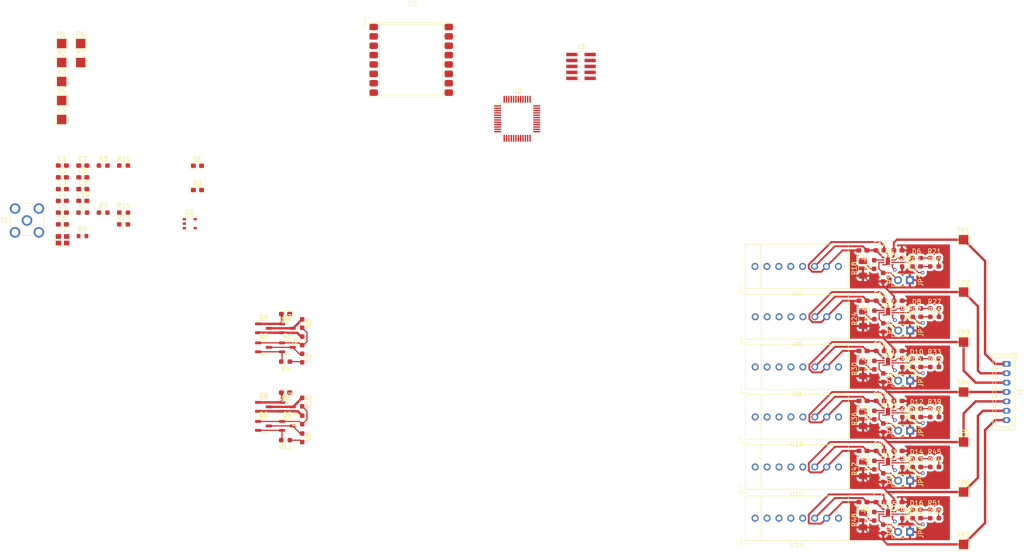
<source format=kicad_pcb>
(kicad_pcb (version 20221018) (generator pcbnew)
  (layers (0 "F.Cu" power) (1 "In1.Cu" power) (2 "In2.Cu" power) (31 "B.Cu" power) (34 "B.Paste" user) (35 "F.Paste" user) (36 "B.SilkS" user "B.Silkscreen") (37 "F.SilkS" user "F.Silkscreen") (38 "B.Mask" user) (39 "F.Mask" user) (44 "Edge.Cuts" user))
  (net 0 "")
  (net 1 "/BATT_MAIN+")
  (net 2 "GND")
  (net 3 "MCU_~{RST}")
  (net 4 "+3.3V")
  (net 5 "/Single-Cell-Charger/ISO_5V")
  (net 6 "/Single-Cell-Charger/ISO_GND")
  (net 7 "/BAT_OUT+")
  (net 8 "/Single-Cell-Charger1/ISO_5V")
  (net 9 "/Single-Cell-Charger1/ISO_GND")
  (net 10 "/Single-Cell-Charger2/ISO_5V")
  (net 11 "/Single-Cell-Charger2/ISO_GND")
  (net 12 "/Single-Cell-Charger4/ISO_5V")
  (net 13 "/Single-Cell-Charger4/ISO_GND")
  (net 14 "/Single-Cell-Charger5/ISO_5V")
  (net 15 "/Single-Cell-Charger3/ISO_5V")
  (net 16 "Net-(D1-A)")
  (net 17 "/MAIN+")
  (net 18 "Net-(D2-A)")
  (net 19 "Net-(D3-A)")
  (net 20 "Net-(D4-A)")
  (net 21 "Net-(D5-K)")
  (net 22 "Net-(D5-A)")
  (net 23 "Net-(D6-K)")
  (net 24 "Net-(D6-A)")
  (net 25 "Net-(D7-K)")
  (net 26 "Net-(D7-A)")
  (net 27 "Net-(D8-K)")
  (net 28 "Net-(D8-A)")
  (net 29 "Net-(D9-K)")
  (net 30 "Net-(D9-A)")
  (net 31 "Net-(D10-K)")
  (net 32 "Net-(D10-A)")
  (net 33 "Net-(D11-K)")
  (net 34 "Net-(D11-A)")
  (net 35 "Net-(D12-K)")
  (net 36 "Net-(D12-A)")
  (net 37 "Net-(D13-K)")
  (net 38 "Net-(D13-A)")
  (net 39 "Net-(D14-K)")
  (net 40 "Net-(D14-A)")
  (net 41 "Net-(D15-K)")
  (net 42 "Net-(D15-A)")
  (net 43 "Net-(D16-K)")
  (net 44 "Net-(D16-A)")
  (net 45 "Net-(J2-In)")
  (net 46 "MCU_TMS")
  (net 47 "MCU_TCK")
  (net 48 "MCU_TDO")
  (net 50 "MCU_TDI")
  (net 51 "Net-(JP1-B)")
  (net 52 "Net-(JP2-B)")
  (net 53 "Net-(JP3-B)")
  (net 54 "Net-(JP4-B)")
  (net 55 "Net-(JP5-B)")
  (net 56 "Net-(JP6-B)")
  (net 57 "+24V")
  (net 58 "Net-(Q1-D)")
  (net 59 "Net-(Q1-G)")
  (net 60 "Net-(Q3-G)")
  (net 61 "Net-(Q5-D)")
  (net 62 "Net-(Q5-G)")
  (net 63 "Net-(Q7-G)")
  (net 64 "MOSFET1")
  (net 65 "V_SENSE1")
  (net 66 "Net-(U2-PB8)")
  (net 67 "MOSFET2")
  (net 68 "V_SENSE2")
  (net 69 "Net-(U5-VSET)")
  (net 70 "Net-(R17-Pad1)")
  (net 71 "Net-(U5-ISET)")
  (net 72 "Net-(U7-VSET)")
  (net 73 "Net-(R23-Pad1)")
  (net 74 "Net-(U7-ISET)")
  (net 75 "Net-(U9-VSET)")
  (net 76 "Net-(R29-Pad1)")
  (net 77 "Net-(U9-ISET)")
  (net 78 "Net-(U11-VSET)")
  (net 79 "Net-(R35-Pad1)")
  (net 80 "Net-(U11-ISET)")
  (net 81 "Net-(U13-VSET)")
  (net 82 "Net-(R41-Pad1)")
  (net 83 "Net-(U13-ISET)")
  (net 84 "Net-(U15-VSET)")
  (net 85 "Net-(R47-Pad1)")
  (net 86 "Net-(U15-ISET)")
  (net 92 "Net-(U2-PD0)")
  (net 96 "RADIO_DIO5")
  (net 97 "RADIO_DIO4")
  (net 98 "RADIO_DIO3")
  (net 99 "RADIO_DIO2")
  (net 100 "RADIO_DIO1")
  (net 101 "RADIO_DIO0")
  (net 102 "RADIO_nRST")
  (net 103 "RADIO_nCS")
  (net 104 "RADIO_SCK")
  (net 105 "RADIO_MISO")
  (net 106 "RADIO_MOSI")
  (net 136 "/Single-Cell-Charger3/ISO_GND")
  (footprint "Capacitor_SMD:C_0603_1608Metric_Pad1.08x0.95mm_HandSolder" (layer "F.Cu") (at 199.3011 115.3268 180)
    (fp_text reference "C26")
    (fp_text value "1uF")
  )
  (footprint "Capacitor_SMD:C_0603_1608Metric_Pad1.08x0.95mm_HandSolder" (layer "F.Cu") (at 206.7816 93.7228 180)
    (fp_text reference "C22")
    (fp_text value "1uF")
  )
  (footprint "TestPoint:TestPoint_Pad_2.0x2.0mm" (layer "F.Cu") (at 28.475 29.625)
    (fp_text reference "P4")
    (fp_text value "PAD_SMD")
  )
  (footprint "Resistor_SMD:R_1206_3216Metric_Pad1.30x1.75mm_HandSolder" (layer "F.Cu") (at 199.3265 76.186 90)
    (fp_text reference "R24")
    (fp_text value "0")
  )
  (footprint "Resistor_SMD:R_0603_1608Metric" (layer "F.Cu") (at 32.905 58.565)
    (fp_text reference "R8")
    (fp_text value "1K")
  )
  (footprint "Resistor_SMD:R_0603_1608Metric_Pad0.98x0.95mm_HandSolder" (layer "F.Cu") (at 207.6971 85.5948 -90)
    (fp_text reference "R28")
    (fp_text value "27K")
  )
  (footprint "Capacitor_SMD:C_0603_1608Metric_Pad1.08x0.95mm_HandSolder" (layer "F.Cu") (at 202.9716 104.3908)
    (fp_text reference "C24")
    (fp_text value "10uF")
  )
  (footprint "Capacitor_SMD:C_0603_1608Metric_Pad1.08x0.95mm_HandSolder" (layer "F.Cu") (at 32.975 46.015)
    (fp_text reference "C8")
    (fp_text value "100nF")
  )
  (footprint "Resistor_SMD:R_0603_1608Metric_Pad0.98x0.95mm_HandSolder" (layer "F.Cu") (at 203.5956 67.3208 -90)
    (fp_text reference "R19")
    (fp_text value "10K")
  )
  (footprint "Resistor_SMD:R_0603_1608Metric_Pad0.98x0.95mm_HandSolder" (layer "F.Cu") (at 207.6971 96.2628 -90)
    (fp_text reference "R34")
    (fp_text value "27K")
  )
  (footprint "Resistor_SMD:R_0603_1608Metric_Pad0.98x0.95mm_HandSolder" (layer "F.Cu") (at 79.756 101.6 -90)
    (fp_text reference "R9")
    (fp_text value "1K")
  )
  (footprint "Resistor_SMD:R_0603_1608Metric_Pad0.98x0.95mm_HandSolder" (layer "F.Cu") (at 214.5665 74.001)
    (fp_text reference "R27")
    (fp_text value "10K")
  )
  (footprint "Connector_PinHeader_2.54mm:PinHeader_1x02_P2.54mm_Vertical" (layer "F.Cu") (at 209.3531 110.7408 -90)
    (fp_text reference "JP5")
    (fp_text value "NO_Jump")
  )
  (footprint "UCIRP-KiCAD-Lib:EC4SAW-xxSxxN" (layer "F.Cu") (at 185.2181 107.8198)
    (fp_text reference "U12")
    (fp_text value "~")
  )
  (footprint "Resistor_SMD:R_0603_1608Metric_Pad0.98x0.95mm_HandSolder" (layer "F.Cu") (at 201.7281 86.0793 90)
    (fp_text reference "R29")
    (fp_text value "375")
  )
  (footprint "Resistor_SMD:R_0603_1608Metric_Pad0.98x0.95mm_HandSolder" (layer "F.Cu") (at 201.7395 75.3745 90)
    (fp_text reference "R23")
    (fp_text value "375")
  )
  (footprint "Crystal:Crystal_SMD_2520-4Pin_2.5x2.0mm" (layer "F.Cu") (at 28.675 59.335)
    (fp_text reference "Y1")
    (fp_text value "16MHz")
  )
  (footprint "Resistor_SMD:R_0603_1608Metric_Pad0.98x0.95mm_HandSolder" (layer "F.Cu") (at 214.59 75.779)
    (fp_text reference "R26")
    (fp_text value "10K")
  )
  (footprint "LED_SMD:LED_0603_1608Metric_Pad1.05x0.95mm_HandSolder" (layer "F.Cu") (at 210.7311 118.7558)
    (fp_text reference "D15")
    (fp_text value "BLUE_LED")
  )
  (footprint "Connector_PinHeader_2.54mm:PinHeader_1x02_P2.54mm_Vertical" (layer "F.Cu") (at 209.3645 78.7 -90)
    (fp_text reference "JP2")
    (fp_text value "NO_Jump")
  )
  (footprint "Resistor_SMD:R_0603_1608Metric_Pad0.98x0.95mm_HandSolder" (layer "F.Cu") (at 203.6191 121.0418 -90)
    (fp_text reference "R49")
    (fp_text value "10K")
  )
  (footprint "TestPoint:TestPoint_Pad_2.0x2.0mm" (layer "F.Cu") (at 220.7641 91.8318)
    (fp_text reference "TP4")
    (fp_text value "Cell 4")
  )
  (footprint "Resistor_SMD:R_0603_1608Metric_Pad0.98x0.95mm_HandSolder" (layer "F.Cu") (at 201.6906 64.6303 90)
    (fp_text reference "R17")
    (fp_text value "375")
  )
  (footprint "Resistor_SMD:R_0603_1608Metric_Pad0.98x0.95mm_HandSolder" (layer "F.Cu") (at 41.675 56.055)
    (fp_text reference "R15")
    (fp_text value "15K")
  )
  (footprint "Connector_PinHeader_1.27mm:PinHeader_2x05_P1.27mm_Vertical_SMD" (layer "F.Cu") (at 139.192 22.352)
    (fp_text reference "J3")
    (fp_text value "ARM Cortex Debug")
  )
  (footprint "Capacitor_SMD:C_0603_1608Metric_Pad1.08x0.95mm_HandSolder" (layer "F.Cu") (at 32.975 48.525)
    (fp_text reference "C9")
    (fp_text value "100nF")
  )
  (footprint "Capacitor_SMD:C_0603_1608Metric_Pad1.08x0.95mm_HandSolder" (layer "F.Cu") (at 28.625 56.055)
    (fp_text reference "C6")
    (fp_text value "100nF")
  )
  (footprint "Resistor_SMD:R_0603_1608Metric_Pad0.98x0.95mm_HandSolder" (layer "F.Cu") (at 41.675 43.505)
    (fp_text reference "R10")
    (fp_text value "15K")
  )
  (footprint "TestPoint:TestPoint_Pad_2.0x2.0mm" (layer "F.Cu") (at 220.7641 70.4958)
    (fp_text reference "TP2")
    (fp_text value "Cell 2")
  )
  (footprint "Package_SON:WSON-8-1EP_2x2mm_P0.5mm_EP0.9x1.6mm" (layer "F.Cu") (at 204.6491 85.3598)
    (fp_text reference "U9")
    (fp_text value "~")
  )
  (footprint "Resistor_SMD:R_0603_1608Metric_Pad0.98x0.95mm_HandSolder" (layer "F.Cu") (at 32.975 53.545)
    (fp_text reference "R1")
    (fp_text value "3.3k")
  )
  (footprint "Connector_PinHeader_2.54mm:PinHeader_1x02_P2.54mm_Vertical" (layer "F.Cu") (at 209.3391 121.6768 -90)
    (fp_text reference "JP6")
    (fp_text value "NO_Jump")
  )
  (footprint "Capacitor_SMD:C_0603_1608Metric_Pad1.08x0.95mm_HandSolder" (layer "F.Cu") (at 32.975 51.035)
    (fp_text reference "C10")
    (fp_text value "10uF")
  )
  (footprint "Resistor_SMD:R_1206_3216Metric_Pad1.30x1.75mm_HandSolder" (layer "F.Cu") (at 199.3151 86.8908 90)
    (fp_text reference "R30")
    (fp_text value "0")
  )
  (footprint "Package_QFP:LQFP-48_7x7mm_P0.5mm" (layer "F.Cu") (at 125.5745 33.528)
    (fp_text reference "U2")
    (fp_text value "~")
  )
  (footprint "Resistor_SMD:R_0603_1608Metric_Pad0.98x0.95mm_HandSolder" (layer "F.Cu") (at 203.6331 88.7698 -90)
    (fp_text reference "R31")
    (fp_text value "10K")
  )
  (footprint "Resistor_SMD:R_0603_1608Metric_Pad0.98x0.95mm_HandSolder" (layer "F.Cu") (at 207.6596 64.1458 -90)
    (fp_text reference "R16")
    (fp_text value "27K")
  )
  (footprint "Package_TO_SOT_SMD:SOT-23-3" (layer "F.Cu") (at 71.5065 99.06)
    (fp_text reference "Q6")
    (fp_text value "NMOS")
  )
  (footprint "LED_SMD:LED_0603_1608Metric_Pad1.05x0.95mm_HandSolder" (layer "F.Cu") (at 210.7076 63.2568)
    (fp_text reference "D6")
    (fp_text value "RED_LED")
  )
  (footprint "Package_SON:WSON-8-1EP_2x2mm_P0.5mm_EP0.9x1.6mm" (layer "F.Cu") (at 204.6491 106.6958)
    (fp_text reference "U13")
    (fp_text value "~")
  )
  (footprint "TestPoint:TestPoint_Pad_2.0x2.0mm" (layer "F.Cu") (at 220.7641 102.4998)
    (fp_text reference "TP5")
    (fp_text value "Cell 5")
  )
  (footprint "Resistor_SMD:R_0603_1608Metric_Pad0.98x0.95mm_HandSolder" (layer "F.Cu") (at 214.5551 106.0418)
    (fp_text reference "R45")
    (fp_text value "10K")
  )
  (footprint "Resistor_SMD:R_0603_1608Metric_Pad0.98x0.95mm_HandSolder" (layer "F.Cu") (at 207.6971 106.9308 -90)
    (fp_text reference "R40")
    (fp_text value "27K")
  )
  (footprint "Package_SON:WSON-8-1EP_2x2mm_P0.5mm_EP0.9x1.6mm" (layer "F.Cu") (at 204.6116 63.9108)
    (fp_text reference "U5")
    (fp_text value "~")
  )
  (footprint "Resistor_SMD:R_1206_3216Metric_Pad1.30x1.75mm_HandSolder" (layer "F.Cu") (at 199.3011 119.1628 90)
    (fp_text reference "R48")
    (fp_text value "0")
  )
  (footprint "Resistor_SMD:R_0603_1608Metric_Pad0.98x0.95mm_HandSolder" (layer "F.Cu") (at 201.7281 107.4153 90)
    (fp_text reference "R41")
    (fp_text value "375")
  )
  (footprint "Resistor_SMD:R_0603_1608Metric_Pad0.98x0.95mm_HandSolder" (layer "F.Cu") (at 41.675 53.545)
    (fp_text reference "R14")
    (fp_text value "100k")
  )
  (footprint "Capacitor_SMD:C_0603_1608Metric_Pad1.08x0.95mm_HandSolder" (layer "F.Cu") (at 206.7816 83.0548 180)
    (fp_text reference "C19")
    (fp_text value "1uF")
  )
  (footprint "Resistor_SMD:R_0603_1608Metric_Pad0.98x0.95mm_HandSolder" (layer "F.Cu") (at 201.7281 96.7473 90)
    (fp_text reference "R35")
    (fp_text value "375")
  )
  (footprint "Resistor_SMD:R_0603_1608Metric_Pad0.98x0.95mm_HandSolder" (layer "F.Cu") (at 37.325 53.545)
    (fp_text reference "R7")
    (fp_text value "100k")
  )
  (footprint "Capacitor_SMD:C_0603_1608Metric_Pad1.08x0.95mm_HandSolder" (layer "F.Cu") (at 199.3265 72.35 180)
    (fp_text reference "C14")
    (fp_text value "1uF")
  )
  (footprint "Resistor_SMD:R_1206_3216Metric_Pad1.30x1.75mm_HandSolder" (layer "F.Cu") (at 199.2776 65.4418 90)
    (fp_text reference "R18")
    (fp_text value "0")
  )
  (footprint "Resistor_SMD:R_0603_1608Metric_Pad0.98x0.95mm_HandSolder" (layer "F.Cu") (at 76.2 85.344 180)
    (fp_text reference "R4")
    (fp_text value "100")
  )
  (footprint "Diode_SMD:D_0603_1608Metric_Pad1.05x0.95mm_HandSolder" (layer "F.Cu") (at 76.2 91.948 180)
    (fp_text reference "D4")
    (fp_text value "30V 2A")
  )
  (footprint "TestPoint:TestPoint_Pad_2.0x2.0mm" (layer "F.Cu") (at 220.7641 124.3438)
    (fp_text reference "TP7")
    (fp_text value "GND")
  )
  (footprint "Resistor_SMD:R_0603_1608Metric_Pad0.98x0.95mm_HandSolder" (layer "F.Cu") (at 79.756 80.9225 90)
    (fp_text reference "R6")
    (fp_text value "100")
  )
  (footprint "Capacitor_SMD:C_0603_1608Metric_Pad1.08x0.95mm_HandSolder" (layer "F.Cu") (at 199.2776 61.6058 180)
    (fp_text reference "C11")
    (fp_text value "1uF")
  )
  (footprint "LED_SMD:LED_0603_1608Metric_Pad1.05x0.95mm_HandSolder" (layer "F.Cu") (at 57.42 43.545)
    (fp_text reference "D1")
    (fp_text value "LED")
  )
  (footprint "Resistor_SMD:R_0603_1608Metric_Pad0.98x0.95mm_HandSolder" (layer "F.Cu") (at 214.5551 95.3738)
    (fp_text reference "R39")
    (fp_text value "10K")
  )
  (footprint "UCIRP-KiCAD-Lib:EC4SAW-xxSxxN" (layer "F.Cu") (at 185.2181 97.1518)
    (fp_text reference "U10")
    (fp_text value "~")
  )
  (footprint "Capacitor_SMD:C_0603_1608Metric_Pad1.08x0.95mm_HandSolder" (layer "F.Cu") (at 28.625 51.035)
    (fp_text reference "C4")
    (fp_text value "4.7uF")
  )
  (footprint "Capacitor_SMD:C_0603_1608Metric_Pad1.08x0.95mm_HandSolder" (layer "F.Cu") (at 202.9716 93.7228)
    (fp_text reference "C21")
    (fp_text value "10uF")
  )
  (footprint "TestPoint:TestPoint_Pad_2.0x2.0mm" (layer "F.Cu") (at 220.7641 59.3198)
    (fp_text reference "TP1")
    (fp_text value "Cell 1")
  )
  (footprint "TestPoint:TestPoint_Pad_2.0x2.0mm" (layer "F.Cu") (at 32.525 21.525)
    (fp_text reference "P7")
    (fp_text value "PAD_SMD")
  )
  (footprint "TestPoint:TestPoint_Pad_2.0x2.0mm" (layer "F.Cu") (at 28.475 25.575)
    (fp_text reference "P3")
    (fp_text value "PAD_SMD")
  )
  (footprint "LED_SMD:LED_0603_1608Metric_Pad1.05x0.95mm_HandSolder" (layer "F.Cu") (at 210.7311 116.9778)
    (fp_text reference "D16")
    (fp_text value "RED_LED")
  )
  (footprint "Capacitor_SMD:C_0603_1608Metric_Pad1.08x0.95mm_HandSolder" (layer "F.Cu") (at 199.3151 93.7228 180)
    (fp_text reference "C20")
    (fp_text value "1uF")
  )
  (footprint "Package_SO:TSOP-5_1.65x3.05mm_P0.95mm" (layer "F.Cu") (at 55.785 55.905)
    (fp_text reference "U1")
    (fp_text value "3V3 LDO")
  )
  (footprint "Package_TO_SOT_SMD:SOT-23-3" (layer "F.Cu") (at 76.5865 99.06)
    (fp_text reference "Q5")
    (fp_text value "NMOS")
  )
  (footprint "Resistor_SMD:R_0603_1608Metric_Pad0.98x0.95mm_HandSolder" (layer "F.Cu") (at 214.5411 65.0348)
    (fp_text reference "R20")
    (fp_text value "10K")
  )
  (footprint "Capacitor_SMD:C_0603_1608Metric_Pad1.08x0.95mm_HandSolder" (layer "F.Cu") (at 206.7676 115.3268 180)
    (fp_text reference "C28")
    (fp_text value "1uF")
  )
  (footprint "LED_SMD:LED_0603_1608Metric_Pad1.05x0.95mm_HandSolder" (layer "F.Cu") (at 210.7451 107.8198)
    (fp_text reference "D13")
    (fp_text value "BLUE_LED")
  )
  (footprint "UCIRP-KiCAD-Lib:EC4SAW-xxSxxN" (layer "F.Cu") (at 185.1806 65.0348)
    (fp_text reference "U4")
    (fp_text value "~")
  )
  (footprint "Capacitor_SMD:C_0603_1608Metric_Pad1.08x0.95mm_HandSolder" (layer "F.Cu") (at 28.625 53.545)
    (fp_text reference "C5")
    (fp_text value "100nF")
  )
  (footprint "UCIRP-KiCAD-Lib:EC4SAW-xxSxxN" (layer "F.Cu") (at 185.2041 118.7558)
    (fp_text reference "U14")
    (fp_text value "~")
  )
  (footprint "Capacitor_SMD:C_0603_1608Metric_Pad1.08x0.95mm_HandSolder" (layer "F.Cu") (at 206.7441 61.6058 180)
    (fp_text reference "C13")
    (fp_text value "1uF")
  )
  (footprint "LED_SMD:LED_0603_1608Metric_Pad1.05x0.95mm_HandSolder" (layer "F.Cu") (at 210.7451 84.7058)
    (fp_text reference "D10")
    (fp_text value "RED_LED")
  )
  (footprint "LED_SMD:LED_0603_1608Metric_Pad1.05x0.95mm_HandSolder" (layer "F.Cu") (at 210.7565 74.001)
    (fp_text reference "D8")
    (fp_text value "RED_LED")
  )
  (footprint "Resistor_SMD:R_0603_1608Metric_Pad0.98x0.95mm_HandSolder" (layer "F.Cu") (at 79.756 93.98 -90)
    (fp_text reference "R12")
    (fp_text value "10K")
  )
  (footprint "Resistor_SMD:R_0603_1608Metric_Pad0.98x0.95mm_HandSolder" (layer "F.Cu") (at 203.6331 110.1058 -90)
    (fp_text reference "R43")
    (fp_text value "10K")
  )
  (footprint "Capacitor_SMD:C_0603_1608Metric_Pad1.08x0.95mm_HandSolder" (layer "F.Cu") (at 202.983 72.35)
    (fp_text reference "C15")
    (fp_text value "10uF")
  )
  (footprint "Resistor_SMD:R_0603_1608Metric_Pad0.98x0.95mm_HandSolder" (layer "F.Cu") (at 37.325 43.505)
    (fp_text reference "R3")
    (fp_text value "10K")
  )
  (footprint "LED_SMD:LED_0603_1608Metric_Pad1.05x0.95mm_HandSolder" (layer "F.Cu") (at 210.7451 106.0418)
    (fp_text reference "D14")
    (fp_text value "RED_LED")
  )
  (footprint "Resistor_SMD:R_0603_1608Metric_Pad0.98x0.95mm_HandSolder" (layer "F.Cu") (at 214.5176 63.2568)
    (fp_text reference "R21")
    (fp_text value "10K")
  )
  (footprint "Package_TO_SOT_SMD:SOT-23-3" (layer "F.Cu") (at 76.5865 94.996)
    (fp_text reference "Q7")
    (fp_text value "PMOS")
  )
  (footprint "Connector_PinHeader_2.54mm:PinHeader_1x02_P2.54mm_Vertical" (layer "F.Cu") (at 209.3531 100.0728 -90)
    (fp_text reference "JP4")
    (fp_text value "NO_Jump")
  )
  (footprint "Resistor_SMD:R_1206_3216Metric_Pad1.30x1.75mm_HandSolder" (layer "F.Cu") (at 199.3151 97.5588 90)
    (fp_text reference "R36")
    (fp_text value "0")
  )
  (footprint "Package_SON:WSON-8-1EP_2x2mm_P0.5mm_EP0.9x1.6mm" (layer "F.Cu") (at 204.6491 96.0278)
    (fp_text reference "U11")
    (fp_text value "~")
  )
  (footprint "LED_SMD:LED_0603_1608Metric_Pad1.05x0.95mm_HandSolder" (layer "F.Cu") (at 210.7451 97.1518)
    (fp_text reference "D11")
    (fp_text value "BLUE_LED")
  )
  (footprint "Capacitor_SMD:C_0603_1608Metric_Pad1.08x0.95mm_HandSolder" (layer "F.Cu") (at 28.625 46.015)
    (fp_text reference "C2")
    (fp_text value "100nF")
  )
  (footprint "Resistor_SMD:R_0603_1608Metric_Pad0.98x0.95mm_HandSolder" (layer "F.Cu") (at 203.6445 78.065 -90)
    (fp_text reference "R25")
    (fp_text value "10K")
  )
  (footprint "Resistor_SMD:R_1206_3216Metric_Pad1.30x1.75mm_HandSolder" (layer "F.Cu") (at 199.3151 108.2268 90)
    (fp_text reference "R42")
    (fp_text value "0")
  )
  (footprint "Connector_PinHeader_2.54mm:PinHeader_1x02_P2.54mm_Vertical" (layer "F.Cu") (at 209.3156 67.9558 -90)
    (fp_text reference "JP1")
    (fp_text value "NO_Jump")
  )
  (footprint "TestPoint:TestPoint_Pad_2.0x2.0mm" (layer "F.Cu") (at 32.525 17.475)
    (fp_text reference "P6")
    (fp_text value "PAD_SMD")
  )
  (footprint "LED_SMD:LED_0603_1608Metric_Pad1.05x0.95mm_HandSolder" (layer "F.Cu") (at 210.7076 65.0348)
    (fp_text reference "D5")
    (fp_text value "BLUE_LED")
  )
  (footprint "Capacitor_SMD:C_0603_1608Metric_Pad1.08x0.95mm_HandSolder" (layer "F.Cu") (at 28.625 43.505)
    (fp_text reference "C1")
    (fp_text value "1uF")
  )
  (footprint "Resistor_SMD:R_0603_1608Metric_Pad0.98x0.95mm_HandSolder" (layer "F.Cu") (at 207.6831 117.8668 -90)
    (fp_text reference "R46")
    (fp_text value "27K")
  )
  (footprint "Package_SON:WSON-8-1EP_2x2mm_P0.5mm_EP0.9x1.6mm" (layer "F.Cu") (at 204.6351 117.6318)
    (fp_text reference "U15")
    (fp_text value "~")
  )
  (footprint "Capacitor_SMD:C_0603_1608Metric_Pad1.08x0.95mm_HandSolder" (layer "F.Cu") (at 206.793 72.35 180)
    (fp_text reference "C16")
    (fp_text value "1uF")
  )
  (footprint "Resistor_SMD:R_0603_1608Metric_Pad0.98x0.95mm_HandSolder" (layer "F.Cu") (at 214.5411 116.9778)
    (fp_text reference "R51")
    (fp_text value "10K")
  )
  (footprint "UCIRP-KiCAD-Lib:RFM95W" (layer "F.Cu") (at 102.996 20.94)
    (fp_text reference "U3")
    (fp_text value "~")
  )
  (footprint "Resistor_SMD:R_0603_1608Metric_Pad0.98x0.95mm_HandSolder" (layer "F.Cu") (at 214.5786 107.8198)
    (fp_text reference "R44")
    (fp_text value "10K")
  )
  (footprint "Capacitor_SMD:C_0603_1608Metric_Pad1.08x0.95mm_HandSolder" (layer "F.Cu") (at 202.9716 83.0548)
    (fp_text reference "C18")
    (fp_text value "10uF")
  )
  (footprint "Package_TO_SOT_SMD:SOT-23-3" (layer "F.Cu") (at 76.5755 78.2472)
    (fp_text reference "Q3")
    (fp_text value "PMOS")
  )
  (footprint "Resistor_SMD:R_0603_1608Metric_Pad0.98x0.95mm_HandSolder" (layer "F.Cu") (at 207.7085 74.89 -90)
    (fp_text reference "R22")
    (fp_text value "27K")
  )
  (footprint "Resistor_SMD:R_0603_1608Metric_Pad0.98x0.95mm_HandSolder" (layer "F.Cu") (at 79.756 97.79 90)
    (fp_text reference "R13")
    (fp_text value "100")
  )
  (footprint "TestPoint:TestPoint_Pad_2.0x2.0mm" (layer "F.Cu") (at 28.475 33.675)
    (fp_text reference "P5")
    (fp_text value "PAD_SMD")
  )
  (footprint "Resistor_SMD:R_0603_1608Metric_Pad0.98x0.95mm_HandSolder" (layer "F.Cu") (at 214.5786 86.4838)
    (fp_text reference "R32")
    (fp_text value "10K")
  )
  (footprint "Diode_SMD:D_0603_1608Metric_Pad1.05x0.95mm_HandSolder" (layer "F.Cu") (at 57.42 48.725)
    (fp_text reference "D3")
    (fp_text value "LED")
  )
  (footprint "LED_SMD:LED_0603_1608Metric_Pad1.05x0.95mm_HandSolder" (layer "F.Cu") (at 210.7451 95.3738)
    (fp_text reference "D12")
    (fp_text value "RED_LED")
  )
  (footprint "Resistor_SMD:R_0603_1608Metric_Pad0.98x0.95mm_HandSolder" (layer "F.Cu") (at 76.2 102.108 180)
    (fp_text reference "R11")
    (fp_text value "100")
  )
  (footprint "Diode_SMD:D_0603_1608Metric_Pad1.05x0.95mm_HandSolder" (layer "F.Cu") (at 76.2 75.184 180)
    (fp_text reference "D2")
    (fp_text value "30V 2A")
  )
  (footprint "TestPoint:TestPoint_Pad_2.0x2.0mm" (layer "F.Cu") (at 28.475 17.475)
    (fp_text reference "P1")
    (fp_text value "PAD_SMD")
  )
  (footprint "TestPoint:TestPoint_Pad_2.0x2.0mm" (layer "F.Cu") (at 28.475 21.525)
    (fp_text reference "P2")
    (fp_text value "PAD_SMD")
  )
  (footprint "Resistor_SMD:R_0603_1608Metric_Pad0.98x0.95mm_HandSolder" (layer "F.Cu") (at 201.7141 118.3513 90)
    (fp_text reference "R47")
    (fp_text value "375")
  )
  (footprint "Resistor_SMD:R_0603_1608Metric_Pad0.98x0.95mm_HandSolder" (layer "F.Cu") (at 214.5646 118.7558)
    (fp_text reference "R50")
    (fp_text value "10K")
  )
  (footprint "Connector_PinHeader_2.54mm:PinHeader_1x02_P2.54mm_Vertical" (layer "F.Cu") (at 209.3531 89.4048 -90)
    (fp_text reference "JP3")
    (fp_text value "NO_Jump")
  )
  (footprint "LED_SMD:LED_0603_1608Metric_Pad1.05x0.95mm_HandSolder" (layer "F.Cu") (at 210.7451 86.4838)
    (fp_text reference "D9")
    (fp_text value "BLUE_LED")
  )
  (footprint "Package_SON:WSON-8-1EP_2x2mm_P0.5mm_EP0.9x1.6mm" (layer "F.Cu") (at 204.6605 74.655)
    (fp_text reference "U7")
    (fp_text value "~")
  )
  (footprint "Capacitor_SMD:C_0603_1608Metric_Pad1.08x0.95mm_HandSolder" (layer "F.Cu") (at 206.7816 104.3908 180)
    (fp_text reference "C25")
    (fp_text value "1uF")
  )
  (footprint "Resistor_SMD:R_0603_1608Metric_Pad0.98x0.95mm_HandSolder" (layer "F.Cu") (at 79.756 84.582 -90)
    (fp_text reference "R2")
    (fp_text value "1K")
  )
  (footprint "TestPoint:TestPoint_Pad_2.0x2.0mm" (layer "F.Cu") (at 220.7641 81.1638)
    (fp_text reference "TP3")
    (fp_text value "Cell 3")
  )
  (footprint "LED_SMD:LED_0603_1608Metric_Pad1.05x0.95mm_HandSolder" (layer "F.Cu") (at 210.7565 75.779)
    (fp_text reference "D7")
    (fp_text value "BLUE_LED")
  )
  (footprint "Capacitor_SMD:C_0603_1608Metric_Pad1.08x0.95mm_HandSolder" (layer "F.Cu") (at 28.625 48.525)
    (fp_text reference "C3")
    (fp_text value "1uF")
  )
  (footprint "Package_TO_SOT_SMD:SOT-23-3" (layer "F.Cu") (at 76.5865 82.296)
    (fp_text reference "Q1")
    (fp_text value "NMOS")
  )
  (footprint "Connector_Coaxial:SMA_Molex_73251-2200_Horizontal" (layer "F.Cu") (at 21.075 55.225)
    (fp_text reference "J2")
    (fp_text value "SMA")
  )
  (footprint "Resistor_SMD:R_0603_1608Metric_Pad0.98x0.95mm_HandSolder" (layer "F.Cu") (at 79.756 77.216 -90)
    (fp_text reference "R5")
    (fp_text value "10K")
  )
  (footprint "Capacitor_SMD:C_0603_1608Metric_Pad1.08x0.95mm_HandSolder" (layer "F.Cu") (at 199.3151 104.3908 180)
    (fp_text reference "C23")
    (fp_text value "1uF")
  )
  (footprint "Resistor_SMD:R_0603_1608Metric_Pad0.98x0.95mm_HandSolder" (layer "F.Cu") (at 214.5551 84.7058)
    (fp_text reference "R33")
    (fp_text value "10K")
  )
  (footprint "Resistor_SMD:R_0603_1608Metric_Pad0.98x0.95mm_HandSolder" (layer "F.Cu") (at 203.6331 99.4378 -90)
    (fp_text reference "R37")
    (fp_text value "10K")
  )
  (footprint "UCIRP-KiCAD-Lib:EC4SAW-xxSxxN" (layer "F.Cu") (at 185.2295 75.779)
    (fp_text reference "U6")
    (fp_text value "~")
  )
  (footprint "TestPoint:TestPoint_Pad_2.0x2.0mm" (layer "F.Cu") (at 220.7641 113.1678)
    (fp_text reference "TP6")
    (fp_text value "Cell 6")
  )
  (footprint "Capacitor_SMD:C_0603_1608Metric_Pad1.08x0.95mm_HandSolder" (layer "F.Cu") (at 199.3151 83.0548 180)
    (fp_text reference "C17")
    (fp_text value "1uF")
  )
  (footprint "UCIRP-KiCAD-Lib:EC4SAW-xxSxxN" (layer "F.Cu") (at 185.2181 86.4838)
    (fp_text reference "U8")
    (fp_text value "~")
  )
  (footprint "Capacitor_SMD:C_0603_1608Metric_Pad1.08x0.95mm_HandSolder" (layer "F.Cu") (at 202.9341 61.6058)
    (fp_text reference "C12")
    (fp_text value "10uF")
  )
  (footprint "Capacitor_SMD:C_0603_1608Metric_Pad1.08x0.95mm_HandSolder" (layer "F.Cu") (at 202.9576 115.3268)
    (fp_text reference "C27")
    (fp_text value "10uF")
  )
  (footprint "Capacitor_SMD:C_0603_1608Metric_Pad1.08x0.95mm_HandSolder" (layer "F.Cu") (at 32.975 43.505)
    (fp_text reference "C7")
    (fp_text value "100nF")
  )
  (footprint "Resistor_SMD:R_0603_1608Metric_Pad0.98x0.95mm_HandSolder" (layer "F.Cu") (at 214.5786 97.1518)
    (fp_text reference "R38")
    (fp_text value "10K")
  )
  (footprint "Package_TO_SOT_SMD:SOT-23-3" (layer "F.Cu") (at 71.5065 78.232)
    (fp_text reference "Q4")
    (fp_text value "PMOS")
  )
  (footprint "Connector_JST:JST_PH_B7B-PH-K_1x07_P2.00mm_Vertical" (layer "F.Cu") (at 229.9081 85.8318 -90)
    (fp_text reference "J1")
    (fp_text value "Conn_01x07")
  )
  (footprint "Package_TO_SOT_SMD:SOT-23-3" (layer "F.Cu") (at 71.5065 94.996)
    (fp_text reference "Q8")
    (fp_text value "PMOS")
  )
  (footprint "Package_TO_SOT_SMD:SOT-23-3" (layer "F.Cu") (at 71.5065 82.296)
    (fp_text reference "Q2")
    (fp_text value "NMOS")
  )
  (segment (start 77.724 94.996) (end 77.8275 94.996) (width 0.508) (layer "F.Cu") (net 1))
  (segment (start 77.8275 94.996) (end 79.756 93.0675) (width 0.508) (layer "F.Cu") (net 1))
  (segment (start 72.644 94.996) (end 77.724 94.996) (width 0.508) (layer "F.Cu") (net 1))
  (segment (start 204.6351 117.9568) (end 204.6351 117.6318) (width 0.25) (layer "F.Cu") (net 2))
  (segment (start 204.6351 117.9568) (end 204.6351 117.9568) (width 0.25) (layer "F.Cu") (net 2))
  (segment (start 204.6351 116.1418) (end 203.8201 115.3268) (width 0.25) (layer "F.Cu") (net 2))
  (segment (start 194.9831 115.3268) (end 198.4386 115.3268) (width 0.4) (layer "F.Cu") (net 2))
  (segment (start 199.3011 120.7128) (end 200.5191 121.9308) (width 0.25) (layer "F.Cu") (net 2))
  (segment (start 203.6851 118.3818) (end 204.2101 118.3818) (width 0.25) (layer "F.Cu") (net 2))
  (segment (start 203.5956 121.9308) (end 203.6191 121.9543) (width 0.25) (layer "F.Cu") (net 2))
  (segment (start 204.6351 118.1208) (end 204.6351 117.9568) (width 0.25) (layer "F.Cu") (net 2))
  (segment (start 225.3361 99.9598) (end 227.4641 97.8318) (width 0.508) (layer "F.Cu") (net 2))
  (segment (start 192.0621 113.6758) (end 203.4921 113.6758) (width 0.4) (layer "F.Cu") (net 2))
  (segment (start 204.2101 118.3818) (end 204.4711 118.1208) (width 0.25) (layer "F.Cu") (net 2))
  (segment (start 79.3515 100.6875) (end 77.724 99.06) (width 0.25) (layer "F.Cu") (net 2))
  (segment (start 203.6191 123.4548) (end 204.5081 124.3438) (width 0.4) (layer "F.Cu") (net 2))
  (segment (start 200.5191 121.9308) (end 203.5956 121.9308) (width 0.25) (layer "F.Cu") (net 2))
  (segment (start 203.4921 113.6758) (end 203.8201 114.0038) (width 0.4) (layer "F.Cu") (net 2))
  (segment (start 191.5541 118.7558) (end 194.9831 115.3268) (width 0.4) (layer "F.Cu") (net 2))
  (segment (start 77.724 82.296) (end 79.3515 83.9235) (width 0.25) (layer "F.Cu") (net 2))
  (segment (start 220.7641 124.3438) (end 225.3361 119.7718) (width 0.508) (layer "F.Cu") (net 2))
  (segment (start 203.8201 114.0038) (end 203.8201 115.3268) (width 0.4) (layer "F.Cu") (net 2))
  (segment (start 204.5081 124.3438) (end 220.2561 124.3438) (width 0.508) (layer "F.Cu") (net 2))
  (segment (start 204.6351 117.6318) (end 204.6351 116.1418) (width 0.25) (layer "F.Cu") (net 2))
  (segment (start 73.152 82.296) (end 77.724 82.296) (width 0.25) (layer "F.Cu") (net 2))
  (segment (start 79.756 100.6875) (end 79.3515 100.6875) (width 0.25) (layer "F.Cu") (net 2))
  (segment (start 204.4711 118.1208) (end 204.6351 118.1208) (width 0.25) (layer "F.Cu") (net 2))
  (segment (start 225.3361 119.7718) (end 225.3361 99.9598) (width 0.508) (layer "F.Cu") (net 2))
  (segment (start 72.644 99.06) (end 77.724 99.06) (width 0.25) (layer "F.Cu") (net 2))
  (segment (start 187.7441 119.7718) (end 187.7441 117.9938) (width 0.4) (layer "F.Cu") (net 2))
  (segment (start 227.4641 97.8318) (end 229.9081 97.8318) (width 0.508) (layer "F.Cu") (net 2))
  (segment (start 187.8781 119.9058) (end 187.7441 119.7718) (width 0.4) (layer "F.Cu") (net 2))
  (segment (start 191.5541 118.7558) (end 190.4041 119.9058) (width 0.4) (layer "F.Cu") (net 2))
  (segment (start 190.4041 119.9058) (end 187.8781 119.9058) (width 0.4) (layer "F.Cu") (net 2))
  (segment (start 79.3515 83.9235) (end 79.756 83.9235) (width 0.25) (layer "F.Cu") (net 2))
  (segment (start 203.6191 121.9543) (end 203.6191 123.4548) (width 0.4) (layer "F.Cu") (net 2))
  (segment (start 187.7441 117.9938) (end 192.0621 113.6758) (width 0.4) (layer "F.Cu") (net 2))
  (segment (start 188.9906 65.0348) (end 193.2946 60.7308) (width 0.4) (layer "F.Cu") (net 5))
  (segment (start 199.2651 60.7308) (end 200.1401 61.6058) (width 0.4) (layer "F.Cu") (net 5))
  (segment (start 202.0716 61.6058) (end 203.6016 63.1358) (width 0.4) (layer "F.Cu") (net 5))
  (segment (start 203.6016 63.1358) (end 203.6616 63.1358) (width 0.4) (layer "F.Cu") (net 5))
  (segment (start 193.2946 60.7308) (end 199.2651 60.7308) (width 0.4) (layer "F.Cu") (net 5))
  (segment (start 215.4301 65.0113) (end 215.4536 65.0348) (width 0.25) (layer "F.Cu") (net 5))
  (segment (start 200.1401 61.6058) (end 202.0716 61.6058) (width 0.4) (layer "F.Cu") (net 5))
  (segment (start 215.4301 63.2568) (end 215.4301 65.0113) (width 0.25) (layer "F.Cu") (net 5))
  (segment (start 192.571254 59.8278) (end 202.9841 59.8278) (width 0.4) (layer "F.Cu") (net 6))
  (segment (start 190.3806 66.1848) (end 188.514254 66.1848) (width 0.4) (layer "F.Cu") (net 6))
  (segment (start 223.8121 87.2598) (end 224.3841 87.8318) (width 0.508) (layer "F.Cu") (net 6))
  (segment (start 203.5956 69.0753) (end 203.5956 68.2333) (width 0.4) (layer "F.Cu") (net 6))
  (segment (start 200.4956 68.2098) (end 203.5721 68.2098) (width 0.25) (layer "F.Cu") (net 6))
  (segment (start 204.6116 64.3998) (end 204.6116 64.2358) (width 0.25) (layer "F.Cu") (net 6))
  (segment (start 205.9305 72.35) (end 205.9305 73.585) (width 0.4) (layer "F.Cu") (net 6))
  (segment (start 204.6116 64.2358) (end 204.6116 64.2358) (width 0.25) (layer "F.Cu") (net 6))
  (segment (start 204.6116 62.4208) (end 203.7966 61.6058) (width 0.25) (layer "F.Cu") (net 6))
  (segment (start 204.1866 64.6608) (end 204.4476 64.3998) (width 0.25) (layer "F.Cu") (net 6))
  (segment (start 203.5721 68.2098) (end 203.5956 68.2333) (width 0.25) (layer "F.Cu") (net 6))
  (segment (start 220.7641 70.4958) (end 223.8121 73.5438) (width 0.508) (layer "F.Cu") (net 6))
  (segment (start 224.3841 87.8318) (end 229.9081 87.8318) (width 0.508) (layer "F.Cu") (net 6))
  (segment (start 203.6616 64.6608) (end 204.1866 64.6608) (width 0.25) (layer "F.Cu") (net 6))
  (segment (start 205.9305 72.35) (end 205.9305 71.4102) (width 0.4) (layer "F.Cu") (net 6))
  (segment (start 205.9305 71.4102) (end 205.0161 70.4958) (width 0.4) (layer "F.Cu") (net 6))
  (segment (start 205.9305 73.585) (end 205.6355 73.88) (width 0.4) (layer "F.Cu") (net 6))
  (segment (start 191.5306 65.0348) (end 194.9596 61.6058) (width 0.4) (layer "F.Cu") (net 6))
  (segment (start 204.6116 64.2358) (end 204.6116 63.9108) (width 0.25) (layer "F.Cu") (net 6))
  (segment (start 194.9596 61.6058) (end 198.4151 61.6058) (width 0.4) (layer "F.Cu") (net 6))
  (segment (start 199.2776 66.9918) (end 200.4956 68.2098) (width 0.25) (layer "F.Cu") (net 6))
  (segment (start 223.8121 73.5438) (end 223.8121 87.2598) (width 0.508) (layer "F.Cu") (net 6))
  (segment (start 202.9841 59.8278) (end 203.7966 60.6403) (width 0.4) (layer "F.Cu") (net 6))
  (segment (start 205.0161 70.4958) (end 220.2561 70.4958) (width 0.508) (layer "F.Cu") (net 6))
  (segment (start 187.7441 64.654954) (end 192.571254 59.8278) (width 0.4) (layer "F.Cu") (net 6))
  (segment (start 187.7441 65.414646) (end 187.7441 64.654954) (width 0.4) (layer "F.Cu") (net 6))
  (segment (start 203.7966 60.6403) (end 203.7966 61.6058) (width 0.4) (layer "F.Cu") (net 6))
  (segment (start 204.4476 64.3998) (end 204.6116 64.3998) (width 0.25) (layer "F.Cu") (net 6))
  (segment (start 205.6355 73.88) (end 205.6105 73.88) (width 0.4) (layer "F.Cu") (net 6))
  (segment (start 191.5306 65.0348) (end 190.3806 66.1848) (width 0.4) (layer "F.Cu") (net 6))
  (segment (start 205.0161 70.4958) (end 203.5956 69.0753) (width 0.4) (layer "F.Cu") (net 6))
  (segment (start 188.514254 66.1848) (end 187.7441 65.414646) (width 0.4) (layer "F.Cu") (net 6))
  (segment (start 204.6116 63.9108) (end 204.6116 62.4208) (width 0.25) (layer "F.Cu") (net 6))
  (segment (start 220.7641 59.3198) (end 225.3361 63.8918) (width 0.508) (layer "F.Cu") (net 7))
  (segment (start 205.8816 61.6058) (end 205.8816 59.9783) (width 0.4) (layer "F.Cu") (net 7))
  (segment (start 227.4641 85.8318) (end 229.9081 85.8318) (width 0.508) (layer "F.Cu") (net 7))
  (segment (start 205.5866 63.1358) (end 205.5616 63.1358) (width 0.4) (layer "F.Cu") (net 7))
  (segment (start 205.8816 61.6058) (end 205.8816 62.8408) (width 0.4) (layer "F.Cu") (net 7))
  (segment (start 205.8816 62.8408) (end 205.5866 63.1358) (width 0.4) (layer "F.Cu") (net 7))
  (segment (start 225.3361 63.8918) (end 225.3361 83.7038) (width 0.508) (layer "F.Cu") (net 7))
  (segment (start 206.5401 59.3198) (end 220.2561 59.3198) (width 0.508) (layer "F.Cu") (net 7))
  (segment (start 225.3361 83.7038) (end 227.4641 85.8318) (width 0.508) (layer "F.Cu") (net 7))
  (segment (start 205.8816 59.9783) (end 206.5401 59.3198) (width 0.4) (layer "F.Cu") (net 7))
  (segment (start 203.6505 73.88) (end 203.7105 73.88) (width 0.4) (layer "F.Cu") (net 8))
  (segment (start 202.1205 72.35) (end 203.6505 73.88) (width 0.4) (layer "F.Cu") (net 8))
  (segment (start 193.3435 71.475) (end 199.314 71.475) (width 0.4) (layer "F.Cu") (net 8))
  (segment (start 215.479 74.001) (end 215.479 75.7555) (width 0.25) (layer "F.Cu") (net 8))
  (segment (start 200.189 72.35) (end 202.1205 72.35) (width 0.4) (layer "F.Cu") (net 8))
  (segment (start 199.314 71.475) (end 200.189 72.35) (width 0.4) (layer "F.Cu") (net 8))
  (segment (start 215.479 75.7555) (end 215.5025 75.779) (width 0.25) (layer "F.Cu") (net 8))
  (segment (start 189.0395 75.779) (end 193.3435 71.475) (width 0.4) (layer "F.Cu") (net 8))
  (segment (start 220.7641 87.2598) (end 223.3361 89.8318) (width 0.508) (layer "F.Cu") (net 9))
  (segment (start 205.9191 83.0548) (end 205.9191 82.5748) (width 0.4) (layer "F.Cu") (net 9))
  (segment (start 203.6445 80.3002) (end 203.6445 78.9775) (width 0.4) (layer "F.Cu") (net 9))
  (segment (start 204.6605 74.655) (end 204.6605 73.165) (width 0.25) (layer "F.Cu") (net 9))
  (segment (start 192.696354 70.4958) (end 202.9841 70.4958) (width 0.4) (layer "F.Cu") (net 9))
  (segment (start 204.2355 75.405) (end 204.4965 75.144) (width 0.25) (layer "F.Cu") (net 9))
  (segment (start 200.5445 78.954) (end 203.621 78.954) (width 0.25) (layer "F.Cu") (net 9))
  (segment (start 204.5081 81.1638) (end 203.6445 80.3002) (width 0.4) (layer "F.Cu") (net 9))
  (segment (start 205.9191 83.0548) (end 205.9191 84.2898) (width 0.4) (layer "F.Cu") (net 9))
  (segment (start 188.563154 76.929) (end 187.8895 76.255346) (width 0.4) (layer "F.Cu") (net 9))
  (segment (start 191.5795 75.779) (end 195.0085 72.35) (width 0.4) (layer "F.Cu") (net 9))
  (segment (start 187.8895 76.255346) (end 187.8895 75.302654) (width 0.4) (layer "F.Cu") (net 9))
  (segment (start 203.621 78.954) (end 203.6445 78.9775) (width 0.25) (layer "F.Cu") (net 9))
  (segment (start 223.3361 89.8318) (end 229.9081 89.8318) (width 0.508) (layer "F.Cu") (net 9))
  (segment (start 205.9191 84.2898) (end 205.6241 84.5848) (width 0.4) (layer "F.Cu") (net 9))
  (segment (start 203.8455 71.3572) (end 203.8455 72.35) (width 0.4) (layer "F.Cu") (net 9))
  (segment (start 204.6605 75.144) (end 204.6605 74.98) (width 0.25) (layer "F.Cu") (net 9))
  (segment (start 204.6605 74.98) (end 204.6605 74.655) (width 0.25) (layer "F.Cu") (net 9))
  (segment (start 195.0085 72.35) (end 198.464 72.35) (width 0.4) (layer "F.Cu") (net 9))
  (segment (start 204.5081 81.1638) (end 220.2561 81.1638) (width 0.508) (layer "F.Cu") (net 9))
  (segment (start 191.5795 75.779) (end 190.4295 76.929) (width 0.4) (layer "F.Cu") (net 9))
  (segment (start 202.9841 70.4958) (end 203.8455 71.3572) (width 0.4) (layer "F.Cu") (net 9))
  (segment (start 204.6605 73.165) (end 203.8455 72.35) (width 0.25) (layer "F.Cu") (net 9))
  (segment (start 220.7641 81.1638) (end 220.7641 87.2598) (width 0.508) (layer "F.Cu") (net 9))
  (segment (start 205.6241 84.5848) (end 205.5991 84.5848) (width 0.4) (layer "F.Cu") (net 9))
  (segment (start 187.8895 75.302654) (end 192.696354 70.4958) (width 0.4) (layer "F.Cu") (net 9))
  (segment (start 203.7105 75.405) (end 204.2355 75.405) (width 0.25) (layer "F.Cu") (net 9))
  (segment (start 205.9191 82.5748) (end 204.5081 81.1638) (width 0.4) (layer "F.Cu") (net 9))
  (segment (start 204.4965 75.144) (end 204.6605 75.144) (width 0.25) (layer "F.Cu") (net 9))
  (segment (start 204.6605 74.98) (end 204.6605 74.98) (width 0.25) (layer "F.Cu") (net 9))
  (segment (start 190.4295 76.929) (end 188.563154 76.929) (width 0.4) (layer "F.Cu") (net 9))
  (segment (start 199.3265 77.736) (end 200.5445 78.954) (width 0.25) (layer "F.Cu") (net 9))
  (segment (start 215.4676 86.4603) (end 215.4911 86.4838) (width 0.25) (layer "F.Cu") (net 10))
  (segment (start 199.3026 82.1798) (end 200.1776 83.0548) (width 0.4) (layer "F.Cu") (net 10))
  (segment (start 200.1776 83.0548) (end 202.1091 83.0548) (width 0.4) (layer "F.Cu") (net 10))
  (segment (start 189.0281 86.4838) (end 193.3321 82.1798) (width 0.4) (layer "F.Cu") (net 10))
  (segment (start 215.4676 84.7058) (end 215.4676 86.4603) (width 0.25) (layer "F.Cu") (net 10))
  (segment (start 193.3321 82.1798) (end 199.3026 82.1798) (width 0.4) (layer "F.Cu") (net 10))
  (segment (start 202.1091 83.0548) (end 203.6391 84.5848) (width 0.4) (layer "F.Cu") (net 10))
  (segment (start 203.6391 84.5848) (end 203.6991 84.5848) (width 0.4) (layer "F.Cu") (net 10))
  (segment (start 204.6491 85.6848) (end 204.6491 85.3598) (width 0.25) (layer "F.Cu") (net 11))
  (segment (start 204.6491 85.6848) (end 204.6491 85.6848) (width 0.25) (layer "F.Cu") (net 11))
  (segment (start 205.6241 95.2528) (end 205.5991 95.2528) (width 0.4) (layer "F.Cu") (net 11))
  (segment (start 191.5681 86.4838) (end 194.9971 83.0548) (width 0.4) (layer "F.Cu") (net 11))
  (segment (start 205.9191 93.2428) (end 204.5081 91.8318) (width 0.4) (layer "F.Cu") (net 11))
  (segment (start 204.6491 83.8698) (end 203.8341 83.0548) (width 0.25) (layer "F.Cu") (net 11))
  (segment (start 202.9841 81.1638) (end 203.8341 82.0138) (width 0.4) (layer "F.Cu") (net 11))
  (segment (start 204.2241 86.1098) (end 204.4851 85.8488) (width 0.25) (layer "F.Cu") (net 11))
  (segment (start 200.5331 89.6588) (end 203.6096 89.6588) (width 0.25) (layer "F.Cu") (net 11))
  (segment (start 194.9971 83.0548) (end 198.4526 83.0548) (width 0.4) (layer "F.Cu") (net 11))
  (segment (start 204.5081 91.8318) (end 203.6331 90.9568) (width 0.4) (layer "F.Cu") (net 11))
  (segment (start 203.6991 86.1098) (end 204.2241 86.1098) (width 0.25) (layer "F.Cu") (net 11))
  (segment (start 203.8341 82.0138) (end 203.8341 83.0548) (width 0.4) (layer "F.Cu") (net 11))
  (segment (start 220.7641 91.8318) (end 229.9081 91.8318) (width 0.508) (layer "F.Cu") (net 11))
  (segment (start 203.6096 89.6588) (end 203.6331 89.6823) (width 0.25) (layer "F.Cu") (net 11))
  (segment (start 199.3151 88.4408) (end 200.5331 89.6588) (width 0.25) (layer "F.Cu") (net 11))
  (segment (start 204.6491 85.8488) (end 204.6491 85.6848) (width 0.25) (layer "F.Cu") (net 11))
  (segment (start 205.9191 93.7228) (end 205.9191 94.9578) (width 0.4) (layer "F.Cu") (net 11))
  (segment (start 191.5681 86.4838) (end 190.4181 87.6338) (width 0.4) (layer "F.Cu") (net 11))
  (segment (start 187.8781 86.960146) (end 187.8781 86.007454) (width 0.4) (layer "F.Cu") (net 11))
  (segment (start 205.9191 94.9578) (end 205.6241 95.2528) (width 0.4) (layer "F.Cu") (net 11))
  (segment (start 204.5081 91.8318) (end 220.2561 91.8318) (width 0.508) (layer "F.Cu") (net 11))
  (segment (start 192.721754 81.1638) (end 202.9841 81.1638) (width 0.4) (layer "F.Cu") (net 11))
  (segment (start 187.8781 86.007454) (end 192.721754 81.1638) (width 0.4) (layer "F.Cu") (net 11))
  (segment (start 205.9191 93.7228) (end 205.9191 93.2428) (width 0.4) (layer "F.Cu") (net 11))
  (segment (start 204.6491 85.3598) (end 204.6491 83.8698) (width 0.25) (layer "F.Cu") (net 11))
  (segment (start 203.6331 90.9568) (end 203.6331 89.6823) (width 0.4) (layer "F.Cu") (net 11))
  (segment (start 188.551754 87.6338) (end 187.8781 86.960146) (width 0.4) (layer "F.Cu") (net 11))
  (segment (start 204.4851 85.8488) (end 204.6491 85.8488) (width 0.25) (layer "F.Cu") (net 11))
  (segment (start 190.4181 87.6338) (end 188.551754 87.6338) (width 0.4) (layer "F.Cu") (net 11))
  (segment (start 189.0281 107.8198) (end 193.3321 103.5158) (width 0.4) (layer "F.Cu") (net 12))
  (segment (start 203.6391 105.9208) (end 203.6991 105.9208) (width 0.4) (layer "F.Cu") (net 12))
  (segment (start 202.1091 104.3908) (end 203.6391 105.9208) (width 0.4) (layer "F.Cu") (net 12))
  (segment (start 215.4676 106.0418) (end 215.4676 107.7963) (width 0.25) (layer "F.Cu") (net 12))
  (segment (start 200.1776 104.3908) (end 202.1091 104.3908) (width 0.4) (layer "F.Cu") (net 12))
  (segment (start 199.3026 103.5158) (end 200.1776 104.3908) (width 0.4) (layer "F.Cu") (net 12))
  (segment (start 193.3321 103.5158) (end 199.3026 103.5158) (width 0.4) (layer "F.Cu") (net 12))
  (segment (start 215.4676 107.7963) (end 215.4911 107.8198) (width 0.25) (layer "F.Cu") (net 12))
  (segment (start 204.5081 113.1678) (end 220.2561 113.1678) (width 0.508) (layer "F.Cu") (net 13))
  (segment (start 191.5681 107.8198) (end 194.9971 104.3908) (width 0.4) (layer "F.Cu") (net 13))
  (segment (start 190.4181 108.9698) (end 188.1181 108.9698) (width 0.4) (layer "F.Cu") (net 13))
  (segment (start 200.5331 110.9948) (end 203.6096 110.9948) (width 0.25) (layer "F.Cu") (net 13))
  (segment (start 205.9051 115.3268) (end 205.9051 114.5648) (width 0.4) (layer "F.Cu") (net 13))
  (segment (start 187.7441 108.5958) (end 187.7441 107.020627) (width 0.4) (layer "F.Cu") (net 13))
  (segment (start 199.3151 109.7768) (end 200.5331 110.9948) (width 0.25) (layer "F.Cu") (net 13))
  (segment (start 204.5081 113.1678) (end 203.6331 112.2928) (width 0.4) (layer "F.Cu") (net 13))
  (segment (start 203.6991 107.4458) (end 204.2241 107.4458) (width 0.25) (layer "F.Cu") (net 13))
  (segment (start 188.1181 108.9698) (end 187.7441 108.5958) (width 0.4) (layer "F.Cu") (net 13))
  (segment (start 204.6491 106.6958) (end 204.6491 105.2058) (width 0.25) (layer "F.Cu") (net 13))
  (segment (start 223.8121 96.9118) (end 224.8921 95.8318) (width 0.508) (layer "F.Cu") (net 13))
  (segment (start 204.2241 107.4458) (end 204.4851 107.1848) (width 0.25) (layer "F.Cu") (net 13))
  (segment (start 204.4851 107.1848) (end 204.6491 107.1848) (width 0.25) (layer "F.Cu") (net 13))
  (segment (start 203.6096 110.9948) (end 203.6331 111.0183) (width 0.25) (layer "F.Cu") (net 13))
  (segment (start 202.9841 102.4998) (end 203.8341 103.3498) (width 0.4) (layer "F.Cu") (net 13))
  (segment (start 223.8121 110.1198) (end 223.8121 96.9118) (width 0.508) (layer "F.Cu") (net 13))
  (segment (start 203.6331 112.2928) (end 203.6331 111.0183) (width 0.4) (layer "F.Cu") (net 13))
  (segment (start 192.264927 102.4998) (end 202.9841 102.4998) (width 0.4) (layer "F.Cu") (net 13))
  (segment (start 204.6491 107.0208) (end 204.6491 106.6958) (width 0.25) (layer "F.Cu") (net 13))
  (segment (start 204.6491 105.2058) (end 203.8341 104.3908) (width 0.25) (layer "F.Cu") (net 13))
  (segment (start 205.9051 116.5618) (end 205.6101 116.8568) (width 0.4) (layer "F.Cu") (net 13))
  (segment (start 205.9051 115.3268) (end 205.9051 116.5618) (width 0.4) (layer "F.Cu") (net 13))
  (segment (start 204.6491 107.1848) (end 204.6491 107.0208) (width 0.25) (layer "F.Cu") (net 13))
  (segment (start 205.6101 116.8568) (end 205.5851 116.8568) (width 0.4) (layer "F.Cu") (net 13))
  (segment (start 224.8921 95.8318) (end 229.9081 95.8318) (width 0.508) (layer "F.Cu") (net 13))
  (segment (start 187.7441 107.020627) (end 192.264927 102.4998) (width 0.4) (layer "F.Cu") (net 13))
  (segment (start 205.9051 114.5648) (end 204.5081 113.1678) (width 0.4) (layer "F.Cu") (net 13))
  (segment (start 191.5681 107.8198) (end 190.4181 108.9698) (width 0.4) (layer "F.Cu") (net 13))
  (segment (start 194.9971 104.3908) (end 198.4526 104.3908) (width 0.4) (layer "F.Cu") (net 13))
  (segment (start 220.7641 113.1678) (end 223.8121 110.1198) (width 0.508) (layer "F.Cu") (net 13))
  (segment (start 203.8341 103.3498) (end 203.8341 104.3908) (width 0.4) (layer "F.Cu") (net 13))
  (segment (start 204.6491 107.0208) (end 204.6491 107.0208) (width 0.25) (layer "F.Cu") (net 13))
  (segment (start 202.0951 115.3268) (end 203.6251 116.8568) (width 0.4) (layer "F.Cu") (net 14))
  (segment (start 193.3181 114.4518) (end 199.2886 114.4518) (width 0.4) (layer "F.Cu") (net 14))
  (segment (start 215.4536 116.9778) (end 215.4536 118.7323) (width 0.25) (layer "F.Cu") (net 14))
  (segment (start 215.4536 118.7323) (end 215.4771 118.7558) (width 0.25) (layer "F.Cu") (net 14))
  (segment (start 189.0141 118.7558) (end 193.3181 114.4518) (width 0.4) (layer "F.Cu") (net 14))
  (segment (start 199.2886 114.4518) (end 200.1636 115.3268) (width 0.4) (layer "F.Cu") (net 14))
  (segment (start 200.1636 115.3268) (end 202.0951 115.3268) (width 0.4) (layer "F.Cu") (net 14))
  (segment (start 203.6251 116.8568) (end 203.6851 116.8568) (width 0.4) (layer "F.Cu") (net 14))
  (segment (start 215.4676 95.3738) (end 215.4676 97.1283) (width 0.25) (layer "F.Cu") (net 15))
  (segment (start 202.1091 93.7228) (end 203.6391 95.2528) (width 0.4) (layer "F.Cu") (net 15))
  (segment (start 199.3026 92.8478) (end 200.1776 93.7228) (width 0.4) (layer "F.Cu") (net 15))
  (segment (start 203.6391 95.2528) (end 203.6991 95.2528) (width 0.4) (layer "F.Cu") (net 15))
  (segment (start 193.3321 92.8478) (end 199.3026 92.8478) (width 0.4) (layer "F.Cu") (net 15))
  (segment (start 189.0281 97.1518) (end 193.3321 92.8478) (width 0.4) (layer "F.Cu") (net 15))
  (segment (start 200.1776 93.7228) (end 202.1091 93.7228) (width 0.4) (layer "F.Cu") (net 15))
  (segment (start 215.4676 97.1283) (end 215.4911 97.1518) (width 0.25) (layer "F.Cu") (net 15))
  (segment (start 75.438 77.2972) (end 75.438 75.297) (width 0.508) (layer "F.Cu") (net 18))
  (segment (start 75.438 75.297) (end 75.325 75.184) (width 0.508) (layer "F.Cu") (net 18))
  (segment (start 75.4228 77.282) (end 75.438 77.2972) (width 0.508) (layer "F.Cu") (net 18))
  (segment (start 70.369 77.282) (end 75.4228 77.282) (width 0.508) (layer "F.Cu") (net 18))
  (segment (start 70.369 94.046) (end 75.449 94.046) (width 0.508) (layer "F.Cu") (net 20))
  (segment (start 75.449 92.072) (end 75.325 91.948) (width 0.508) (layer "F.Cu") (net 20))
  (segment (start 75.449 94.046) (end 75.449 92.072) (width 0.508) (layer "F.Cu") (net 20))
  (segment (start 205.5616 64.6608) (end 205.5616 65.2228) (width 0.25) (layer "F.Cu") (net 21))
  (segment (start 212.0284 66.3556) (end 212.0792 66.3556) (width 0.25) (layer "F.Cu") (net 21))
  (segment (start 209.8326 65.0348) (end 211.1534 66.3556) (width 0.25) (layer "F.Cu") (net 21))
  (segment (start 211.1534 66.3556) (end 212.0284 66.3556) (width 0.25) (layer "F.Cu") (net 21))
  (segment (start 205.5616 65.2228) (end 206.0848 65.746) (width 0.25) (layer "F.Cu") (net 21))
  (via (at 206.0848 65.746) (size 0.8) (drill 0.4) (layers "F.Cu" "B.Cu") (net 21))
  (via (at 212.0284 66.3556) (size 0.8) (drill 0.4) (layers "F.Cu" "B.Cu") (net 21))
  (segment (start 211.5826 65.0348) (end 213.6286 65.0348) (width 0.25) (layer "F.Cu") (net 22))
  (segment (start 208.9286 64.1608) (end 205.5616 64.1608) (width 0.25) (layer "F.Cu") (net 23))
  (segment (start 209.8326 63.2568) (end 208.9286 64.1608) (width 0.25) (layer "F.Cu") (net 23))
  (segment (start 211.5826 63.2568) (end 213.6051 63.2568) (width 0.25) (layer "F.Cu") (net 24))
  (segment (start 209.8815 75.779) (end 211.2023 77.0998) (width 0.25) (layer "F.Cu") (net 25))
  (segment (start 205.6105 75.405) (end 205.6105 75.967) (width 0.25) (layer "F.Cu") (net 25))
  (segment (start 205.6105 75.967) (end 206.1337 76.4902) (width 0.25) (layer "F.Cu") (net 25))
  (segment (start 211.2023 77.0998) (end 212.0773 77.0998) (width 0.25) (layer "F.Cu") (net 25))
  (segment (start 212.0773 77.0998) (end 212.1281 77.0998) (width 0.25) (layer "F.Cu") (net 25))
  (via (at 206.1337 76.4902) (size 0.8) (drill 0.4) (layers "F.Cu" "B.Cu") (net 25))
  (via (at 212.0773 77.0998) (size 0.8) (drill 0.4) (layers "F.Cu" "B.Cu") (net 25))
  (segment (start 211.6315 75.779) (end 213.6775 75.779) (width 0.25) (layer "F.Cu") (net 26))
  (segment (start 209.8815 74.001) (end 208.9775 74.905) (width 0.25) (layer "F.Cu") (net 27))
  (segment (start 208.9775 74.905) (end 205.6105 74.905) (width 0.25) (layer "F.Cu") (net 27))
  (segment (start 211.6315 74.001) (end 213.654 74.001) (width 0.25) (layer "F.Cu") (net 28))
  (segment (start 211.1909 87.8046) (end 212.0659 87.8046) (width 0.25) (layer "F.Cu") (net 29))
  (segment (start 212.0659 87.8046) (end 212.1167 87.8046) (width 0.25) (layer "F.Cu") (net 29))
  (segment (start 205.5991 86.1098) (end 205.5991 86.6718) (width 0.25) (layer "F.Cu") (net 29))
  (segment (start 209.8701 86.4838) (end 211.1909 87.8046) (width 0.25) (layer "F.Cu") (net 29))
  (segment (start 205.5991 86.6718) (end 206.1223 87.195) (width 0.25) (layer "F.Cu") (net 29))
  (via (at 212.0659 87.8046) (size 0.8) (drill 0.4) (layers "F.Cu" "B.Cu") (net 29))
  (via (at 206.1223 87.195) (size 0.8) (drill 0.4) (layers "F.Cu" "B.Cu") (net 29))
  (segment (start 211.6201 86.4838) (end 213.6661 86.4838) (width 0.25) (layer "F.Cu") (net 30))
  (segment (start 208.9661 85.6098) (end 205.5991 85.6098) (width 0.25) (layer "F.Cu") (net 31))
  (segment (start 209.8701 84.7058) (end 208.9661 85.6098) (width 0.25) (layer "F.Cu") (net 31))
  (segment (start 211.6201 84.7058) (end 213.6426 84.7058) (width 0.25) (layer "F.Cu") (net 32))
  (segment (start 212.0659 98.4726) (end 212.1167 98.4726) (width 0.25) (layer "F.Cu") (net 33))
  (segment (start 205.5991 97.3398) (end 206.1223 97.863) (width 0.25) (layer "F.Cu") (net 33))
  (segment (start 209.8701 97.1518) (end 211.1909 98.4726) (width 0.25) (layer "F.Cu") (net 33))
  (segment (start 211.1909 98.4726) (end 212.0659 98.4726) (width 0.25) (layer "F.Cu") (net 33))
  (segment (start 205.5991 96.7778) (end 205.5991 97.3398) (width 0.25) (layer "F.Cu") (net 33))
  (via (at 212.0659 98.4726) (size 0.8) (drill 0.4) (layers "F.Cu" "B.Cu") (net 33))
  (via (at 206.1223 97.863) (size 0.8) (drill 0.4) (layers "F.Cu" "B.Cu") (net 33))
  (segment (start 211.6201 97.1518) (end 213.6661 97.1518) (width 0.25) (layer "F.Cu") (net 34))
  (segment (start 209.8701 95.3738) (end 208.9661 96.2778) (width 0.25) (layer "F.Cu") (net 35))
  (segment (start 208.9661 96.2778) (end 205.5991 96.2778) (width 0.25) (layer "F.Cu") (net 35))
  (segment (start 211.6201 95.3738) (end 213.6426 95.3738) (width 0.25) (layer "F.Cu") (net 36))
  (segment (start 205.5991 107.4458) (end 205.5991 108.0078) (width 0.25) (layer "F.Cu") (net 37))
  (segment (start 209.8701 107.8198) (end 211.1909 109.1406) (width 0.25) (layer "F.Cu") (net 37))
  (segment (start 205.5991 108.0078) (end 206.1223 108.531) (width 0.25) (layer "F.Cu") (net 37))
  (segment (start 211.1909 109.1406) (end 212.0659 109.1406) (width 0.25) (layer "F.Cu") (net 37))
  (segment (start 212.0659 109.1406) (end 212.1167 109.1406) (width 0.25) (layer "F.Cu") (net 37))
  (via (at 206.1223 108.531) (size 0.8) (drill 0.4) (layers "F.Cu" "B.Cu") (net 37))
  (via (at 212.0659 109.1406) (size 0.8) (drill 0.4) (layers "F.Cu" "B.Cu") (net 37))
  (segment (start 211.6201 107.8198) (end 213.6661 107.8198) (width 0.25) (layer "F.Cu") (net 38))
  (segment (start 209.8701 106.0418) (end 208.9661 106.9458) (width 0.25) (layer "F.Cu") (net 39))
  (segment (start 208.9661 106.9458) (end 205.5991 106.9458) (width 0.25) (layer "F.Cu") (net 39))
  (segment (start 211.6201 106.0418) (end 213.6426 106.0418) (width 0.25) (layer "F.Cu") (net 40))
  (segment (start 205.5851 118.9438) (end 206.1083 119.467) (width 0.25) (layer "F.Cu") (net 41))
  (segment (start 212.0519 120.0766) (end 212.1027 120.0766) (width 0.25) (layer "F.Cu") (net 41))
  (segment (start 211.1769 120.0766) (end 212.0519 120.0766) (width 0.25) (layer "F.Cu") (net 41))
  (segment (start 205.5851 118.3818) (end 205.5851 118.9438) (width 0.25) (layer "F.Cu") (net 41))
  (segment (start 209.8561 118.7558) (end 211.1769 120.0766) (width 0.25) (layer "F.Cu") (net 41))
  (via (at 212.0519 120.0766) (size 0.8) (drill 0.4) (layers "F.Cu" "B.Cu") (net 41))
  (via (at 206.1083 119.467) (size 0.8) (drill 0.4) (layers "F.Cu" "B.Cu") (net 41))
  (segment (start 211.6061 118.7558) (end 213.6521 118.7558) (width 0.25) (layer "F.Cu") (net 42))
  (segment (start 209.8561 116.9778) (end 208.9521 117.8818) (width 0.25) (layer "F.Cu") (net 43))
  (segment (start 208.9521 117.8818) (end 205.5851 117.8818) (width 0.25) (layer "F.Cu") (net 43))
  (segment (start 211.6061 116.9778) (end 213.6286 116.9778) (width 0.25) (layer "F.Cu") (net 44))
  (segment (start 202.7066 64.1458) (end 202.7066 65.5193) (width 0.25) (layer "F.Cu") (net 51))
  (segment (start 202.7216 64.1608) (end 202.7066 64.1458) (width 0.25) (layer "F.Cu") (net 51))
  (segment (start 203.5956 66.4083) (end 205.2281 66.4083) (width 0.25) (layer "F.Cu") (net 51))
  (segment (start 205.2281 66.4083) (end 206.7756 67.9558) (width 0.25) (layer "F.Cu") (net 51))
  (segment (start 202.7066 65.5193) (end 203.5956 66.4083) (width 0.25) (layer "F.Cu") (net 51))
  (segment (start 203.6616 64.1608) (end 202.7216 64.1608) (width 0.25) (layer "F.Cu") (net 51))
  (segment (start 203.6445 77.1525) (end 205.277 77.1525) (width 0.25) (layer "F.Cu") (net 52))
  (segment (start 202.7555 74.89) (end 202.7555 76.2635) (width 0.25) (layer "F.Cu") (net 52))
  (segment (start 205.277 77.1525) (end 206.8245 78.7) (width 0.25) (layer "F.Cu") (net 52))
  (segment (start 202.7705 74.905) (end 202.7555 74.89) (width 0.25) (layer "F.Cu") (net 52))
  (segment (start 202.7555 76.2635) (end 203.6445 77.1525) (width 0.25) (layer "F.Cu") (net 52))
  (segment (start 203.7105 74.905) (end 202.7705 74.905) (width 0.25) (layer "F.Cu") (net 52))
  (segment (start 203.6991 85.6098) (end 202.7591 85.6098) (width 0.25) (layer "F.Cu") (net 53))
  (segment (start 202.7441 86.9683) (end 203.6331 87.8573) (width 0.25) (layer "F.Cu") (net 53))
  (segment (start 203.6331 87.8573) (end 205.2656 87.8573) (width 0.25) (layer "F.Cu") (net 53))
  (segment (start 202.7441 85.5948) (end 202.7441 86.9683) (width 0.25) (layer "F.Cu") (net 53))
  (segment (start 205.2656 87.8573) (end 206.8131 89.4048) (width 0.25) (layer "F.Cu") (net 53))
  (segment (start 202.7591 85.6098) (end 202.7441 85.5948) (width 0.25) (layer "F.Cu") (net 53))
  (segment (start 202.7441 97.6363) (end 203.6331 98.5253) (width 0.25) (layer "F.Cu") (net 54))
  (segment (start 205.2656 98.5253) (end 206.8131 100.0728) (width 0.25) (layer "F.Cu") (net 54))
  (segment (start 202.7591 96.2778) (end 202.7441 96.2628) (width 0.25) (layer "F.Cu") (net 54))
  (segment (start 203.6331 98.5253) (end 205.2656 98.5253) (width 0.25) (layer "F.Cu") (net 54))
  (segment (start 203.6991 96.2778) (end 202.7591 96.2778) (width 0.25) (layer "F.Cu") (net 54))
  (segment (start 202.7441 96.2628) (end 202.7441 97.6363) (width 0.25) (layer "F.Cu") (net 54))
  (segment (start 203.6991 106.9458) (end 202.7591 106.9458) (width 0.25) (layer "F.Cu") (net 55))
  (segment (start 203.6331 109.1933) (end 205.2656 109.1933) (width 0.25) (layer "F.Cu") (net 55))
  (segment (start 202.7441 106.9308) (end 202.7441 108.3043) (width 0.25) (layer "F.Cu") (net 55))
  (segment (start 202.7441 108.3043) (end 203.6331 109.1933) (width 0.25) (layer "F.Cu") (net 55))
  (segment (start 205.2656 109.1933) (end 206.8131 110.7408) (width 0.25) (layer "F.Cu") (net 55))
  (segment (start 202.7591 106.9458) (end 202.7441 106.9308) (width 0.25) (layer "F.Cu") (net 55))
  (segment (start 202.7451 117.8818) (end 202.7301 117.8668) (width 0.25) (layer "F.Cu") (net 56))
  (segment (start 203.6191 120.1293) (end 205.2516 120.1293) (width 0.25) (layer "F.Cu") (net 56))
  (segment (start 203.6851 117.8818) (end 202.7451 117.8818) (width 0.25) (layer "F.Cu") (net 56))
  (segment (start 205.2516 120.1293) (end 206.7991 121.6768) (width 0.25) (layer "F.Cu") (net 56))
  (segment (start 202.7301 117.8668) (end 202.7301 119.2403) (width 0.25) (layer "F.Cu") (net 56))
  (segment (start 202.7301 119.2403) (end 203.6191 120.1293) (width 0.25) (layer "F.Cu") (net 56))
  (segment (start 77.8123 78.2472) (end 79.756 76.3035) (width 0.508) (layer "F.Cu") (net 57))
  (segment (start 77.6978 78.232) (end 77.713 78.2472) (width 0.508) (layer "F.Cu") (net 57))
  (segment (start 72.644 78.232) (end 77.6978 78.232) (width 0.508) (layer "F.Cu") (net 57))
  (segment (start 77.713 78.2472) (end 77.8123 78.2472) (width 0.508) (layer "F.Cu") (net 57))
  (segment (start 79.013 81.346) (end 79.756 82.089) (width 0.25) (layer "F.Cu") (net 58))
  (segment (start 70.877 81.346) (end 75.449 81.346) (width 0.25) (layer "F.Cu") (net 58))
  (segment (start 80.772 79.1445) (end 79.756 78.1285) (width 0.25) (layer "F.Cu") (net 58))
  (segment (start 80.772 81.073) (end 80.772 79.1445) (width 0.25) (layer "F.Cu") (net 58))
  (segment (start 79.756 82.089) (end 80.772 81.073) (width 0.25) (layer "F.Cu") (net 58))
  (segment (start 75.449 81.346) (end 79.013 81.346) (width 0.25) (layer "F.Cu") (net 58))
  (segment (start 75.449 85.1825) (end 75.2875 85.344) (width 0.25) (layer "F.Cu") (net 59))
  (segment (start 70.877 83.246) (end 75.449 83.246) (width 0.25) (layer "F.Cu") (net 59))
  (segment (start 75.449 83.246) (end 75.449 85.1825) (width 0.25) (layer "F.Cu") (net 59))
  (segment (start 70.369 79.182) (end 75.4228 79.182) (width 0.508) (layer "F.Cu") (net 60))
  (segment (start 75.4228 79.182) (end 75.438 79.1972) (width 0.508) (layer "F.Cu") (net 60))
  (segment (start 75.438 79.1972) (end 78.6892 79.1972) (width 0.508) (layer "F.Cu") (net 60))
  (segment (start 78.6892 79.1972) (end 79.756 80.264) (width 0.508) (layer "F.Cu") (net 60))
  (segment (start 70.369 98.11) (end 75.449 98.11) (width 0.25) (layer "F.Cu") (net 61))
  (segment (start 80.772 97.6865) (end 79.756 98.7025) (width 0.25) (layer "F.Cu") (net 61))
  (segment (start 79.756 98.7025) (end 79.1635 98.11) (width 0.25) (layer "F.Cu") (net 61))
  (segment (start 79.1635 98.11) (end 75.449 98.11) (width 0.25) (layer "F.Cu") (net 61))
  (segment (start 79.756 94.8925) (end 80.772 95.9085) (width 0.25) (layer "F.Cu") (net 61))
  (segment (start 80.772 95.9085) (end 80.772 97.6865) (width 0.25) (layer "F.Cu") (net 61))
  (segment (start 75.449 100.01) (end 75.449 101.9465) (width 0.25) (layer "F.Cu") (net 62))
  (segment (start 75.449 101.9465) (end 75.2875 102.108) (width 0.25) (layer "F.Cu") (net 62))
  (segment (start 70.369 100.01) (end 75.449 100.01) (width 0.25) (layer "F.Cu") (net 62))
  (segment (start 75.449 95.946) (end 78.8245 95.946) (width 0.508) (layer "F.Cu") (net 63))
  (segment (start 70.369 95.946) (end 75.449 95.946) (width 0.508) (layer "F.Cu") (net 63))
  (segment (start 78.8245 95.946) (end 79.756 96.8775) (width 0.508) (layer "F.Cu") (net 63))
  (segment (start 77.1125 85.344) (end 79.3515 85.344) (width 0.25) (layer "F.Cu") (net 64))
  (segment (start 79.3515 85.344) (end 79.756 85.7485) (width 0.25) (layer "F.Cu") (net 64))
  (segment (start 79.3515 102.108) (end 79.756 102.5125) (width 0.25) (layer "F.Cu") (net 67))
  (segment (start 77.1125 102.108) (end 79.3515 102.108) (width 0.25) (layer "F.Cu") (net 67))
  (segment (start 205.5616 63.6608) (end 206.2396 63.6608) (width 0.25) (layer "F.Cu") (net 69))
  (segment (start 207.6361 63.2568) (end 207.6596 63.2333) (width 0.25) (layer "F.Cu") (net 69))
  (segment (start 207.6066 63.1803) (end 207.6596 63.2333) (width 0.4) (layer "F.Cu") (net 69))
  (segment (start 206.6436 63.2568) (end 207.6361 63.2568) (width 0.25) (layer "F.Cu") (net 69))
  (segment (start 206.2396 63.6608) (end 206.6436 63.2568) (width 0.25) (layer "F.Cu") (net 69))
  (segment (start 201.6906 65.5428) (end 200.9286 65.5428) (width 0.25) (layer "F.Cu") (net 70))
  (segment (start 200.9286 65.5428) (end 199.2776 63.8918) (width 0.25) (layer "F.Cu") (net 70))
  (segment (start 203.6616 63.6608) (end 201.7476 63.6608) (width 0.25) (layer "F.Cu") (net 71))
  (segment (start 201.7476 63.6608) (end 201.6906 63.7178) (width 0.25) (layer "F.Cu") (net 71))
  (segment (start 207.6555 73.9245) (end 207.7085 73.9775) (width 0.4) (layer "F.Cu") (net 72))
  (segment (start 206.2885 74.405) (end 206.6925 74.001) (width 0.25) (layer "F.Cu") (net 72))
  (segment (start 206.6925 74.001) (end 207.685 74.001) (width 0.25) (layer "F.Cu") (net 72))
  (segment (start 207.685 74.001) (end 207.7085 73.9775) (width 0.25) (layer "F.Cu") (net 72))
  (segment (start 205.6105 74.405) (end 206.2885 74.405) (width 0.25) (layer "F.Cu") (net 72))
  (segment (start 201.7395 76.287) (end 200.9775 76.287) (width 0.25) (layer "F.Cu") (net 73))
  (segment (start 200.9775 76.287) (end 199.3265 74.636) (width 0.25) (layer "F.Cu") (net 73))
  (segment (start 203.7105 74.405) (end 201.7965 74.405) (width 0.25) (layer "F.Cu") (net 74))
  (segment (start 201.7965 74.405) (end 201.7395 74.462) (width 0.25) (layer "F.Cu") (net 74))
  (segment (start 207.6736 84.7058) (end 207.6971 84.6823) (width 0.25) (layer "F.Cu") (net 75))
  (segment (start 206.2771 85.1098) (end 206.6811 84.7058) (width 0.25) (layer "F.Cu") (net 75))
  (segment (start 205.5991 85.1098) (end 206.2771 85.1098) (width 0.25) (layer "F.Cu") (net 75))
  (segment (start 207.6441 84.6293) (end 207.6971 84.6823) (width 0.4) (layer "F.Cu") (net 75))
  (segment (start 206.6811 84.7058) (end 207.6736 84.7058) (width 0.25) (layer "F.Cu") (net 75))
  (segment (start 200.9661 86.9918) (end 199.3151 85.3408) (width 0.25) (layer "F.Cu") (net 76))
  (segment (start 201.7281 86.9918) (end 200.9661 86.9918) (width 0.25) (layer "F.Cu") (net 76))
  (segment (start 203.6991 85.1098) (end 201.7851 85.1098) (width 0.25) (layer "F.Cu") (net 77))
  (segment (start 201.7851 85.1098) (end 201.7281 85.1668) (width 0.25) (layer "F.Cu") (net 77))
  (segment (start 206.6811 95.3738) (end 207.6736 95.3738) (width 0.25) (layer "F.Cu") (net 78))
  (segment (start 205.5991 95.7778) (end 206.2771 95.7778) (width 0.25) (layer "F.Cu") (net 78))
  (segment (start 207.6736 95.3738) (end 207.6971 95.3503) (width 0.25) (layer "F.Cu") (net 78))
  (segment (start 206.2771 95.7778) (end 206.6811 95.3738) (width 0.25) (layer "F.Cu") (net 78))
  (segment (start 207.6441 95.2973) (end 207.6971 95.3503) (width 0.4) (layer "F.Cu") (net 78))
  (segment (start 201.7281 97.6598) (end 200.9661 97.6598) (width 0.25) (layer "F.Cu") (net 79))
  (segment (start 200.9661 97.6598) (end 199.3151 96.0088) (width 0.25) (layer "F.Cu") (net 79))
  (segment (start 203.6991 95.7778) (end 201.7851 95.7778) (width 0.25) (layer "F.Cu") (net 80))
  (segment (start 201.7851 95.7778) (end 201.7281 95.8348) (width 0.25) (layer "F.Cu") (net 80))
  (segment (start 206.2771 106.4458) (end 206.6811 106.0418) (width 0.25) (layer "F.Cu") (net 81))
  (segment (start 207.6441 105.9653) (end 207.6971 106.0183) (width 0.4) (layer "F.Cu") (net 81))
  (segment (start 207.6736 106.0418) (end 207.6971 106.0183) (width 0.25) (layer "F.Cu") (net 81))
  (segment (start 206.6811 106.0418) (end 207.6736 106.0418) (width 0.25) (layer "F.Cu") (net 81))
  (segment (start 205.5991 106.4458) (end 206.2771 106.4458) (width 0.25) (layer "F.Cu") (net 81))
  (segment (start 200.9661 108.3278) (end 199.3151 106.6768) (width 0.25) (layer "F.Cu") (net 82))
  (segment (start 201.7281 108.3278) (end 200.9661 108.3278) (width 0.25) (layer "F.Cu") (net 82))
  (segment (start 201.7851 106.4458) (end 201.7281 106.5028) (width 0.25) (layer "F.Cu") (net 83))
  (segment (start 203.6991 106.4458) (end 201.7851 106.4458) (width 0.25) (layer "F.Cu") (net 83))
  (segment (start 205.5851 117.3818) (end 206.2631 117.3818) (width 0.25) (layer "F.Cu") (net 84))
  (segment (start 207.6301 116.9013) (end 207.6831 116.9543) (width 0.4) (layer "F.Cu") (net 84))
  (segment (start 206.2631 117.3818) (end 206.6671 116.9778) (width 0.25) (layer "F.Cu") (net 84))
  (segment (start 207.6596 116.9778) (end 207.6831 116.9543) (width 0.25) (layer "F.Cu") (net 84))
  (segment (start 206.6671 116.9778) (end 207.6596 116.9778) (width 0.25) (layer "F.Cu") (net 84))
  (segment (start 200.9521 119.2638) (end 199.3011 117.6128) (width 0.25) (layer "F.Cu") (net 85))
  (segment (start 201.7141 119.2638) (end 200.9521 119.2638) (width 0.25) (layer "F.Cu") (net 85))
  (segment (start 203.6851 117.3818) (end 201.7711 117.3818) (width 0.25) (layer "F.Cu") (net 86))
  (segment (start 201.7711 117.3818) (end 201.7141 117.4388) (width 0.25) (layer "F.Cu") (net 86))
  (segment (start 190.4181 98.3018) (end 188.1181 98.3018) (width 0.4) (layer "F.Cu") (net 136))
  (segment (start 188.1181 98.3018) (end 187.8781 98.0618) (width 0.4) (layer "F.Cu") (net 136))
  (segment (start 204.6491 96.3528) (end 204.6491 96.0278) (width 0.25) (layer "F.Cu") (net 136))
  (segment (start 204.2241 96.7778) (end 204.4851 96.5168) (width 0.25) (layer "F.Cu") (net 136))
  (segment (start 191.5681 97.1518) (end 194.9971 93.7228) (width 0.4) (layer "F.Cu") (net 136))
  (segment (start 220.7641 102.4998) (end 220.7641 96.4038) (width 0.508) (layer "F.Cu") (net 136))
  (segment (start 204.5081 102.4998) (end 203.6331 101.6248) (width 0.4) (layer "F.Cu") (net 136))
  (segment (start 194.9971 93.7228) (end 198.4526 93.7228) (width 0.4) (layer "F.Cu") (net 136))
  (segment (start 192.721754 91.8318) (end 202.9841 91.8318) (width 0.4) (layer "F.Cu") (net 136))
  (segment (start 191.5681 97.1518) (end 190.4181 98.3018) (width 0.4) (layer "F.Cu") (net 136))
  (segment (start 204.4851 96.5168) (end 204.6491 96.5168) (width 0.25) (layer "F.Cu") (net 136))
  (segment (start 220.7641 96.4038) (end 223.3361 93.8318) (width 0.508) (layer "F.Cu") (net 136))
  (segment (start 204.6491 96.3528) (end 204.6491 96.3528) (width 0.25) (layer "F.Cu") (net 136))
  (segment (start 203.6096 100.3268) (end 203.6331 100.3503) (width 0.25) (layer "F.Cu") (net 136))
  (segment (start 203.6991 96.7778) (end 204.2241 96.7778) (width 0.25) (layer "F.Cu") (net 136))
  (segment (start 204.6491 96.5168) (end 204.6491 96.3528) (width 0.25) (layer "F.Cu") (net 136))
  (segment (start 204.5081 102.4998) (end 220.2561 102.4998) (width 0.508) (layer "F.Cu") (net 136))
  (segment (start 187.8781 98.0618) (end 187.8781 96.675454) (width 0.4) (layer "F.Cu") (net 136))
  (segment (start 203.6331 101.6248) (end 203.6331 100.3503) (width 0.4) (layer "F.Cu") (net 136))
  (segment (start 204.6491 94.5378) (end 203.8341 93.7228) (width 0.25) (layer "F.Cu") (net 136))
  (segment (start 187.8781 96.675454) (end 192.721754 91.8318) (width 0.4) (layer "F.Cu") (net 136))
  (segment (start 205.9191 104.3908) (end 205.9191 105.6258) (width 0.4) (layer "F.Cu") (net 136))
  (segment (start 205.6241 105.9208) (end 205.5991 105.9208) (width 0.4) (layer "F.Cu") (net 136))
  (segment (start 223.3361 93.8318) (end 229.9081 93.8318) (width 0.508) (layer "F.Cu") (net 136))
  (segment (start 200.5331 100.3268) (end 203.6096 100.3268) (width 0.25) (layer "F.Cu") (net 136))
  (segment (start 205.9191 104.3908) (end 205.9191 103.9108) (width 0.4) (layer "F.Cu") (net 136))
  (segment (start 205.9191 103.9108) (end 204.5081 102.4998) (width 0.4) (layer "F.Cu") (net 136))
  (segment (start 199.3151 99.1088) (end 200.5331 100.3268) (width 0.25) (layer "F.Cu") (net 136))
  (segment (start 205.9191 105.6258) (end 205.6241 105.9208) (width 0.4) (layer "F.Cu") (net 136))
  (segment (start 204.6491 96.0278) (end 204.6491 94.5378) (width 0.25) (layer "F.Cu") (net 136))
  (segment (start 203.8341 92.6818) (end 203.8341 93.7228) (width 0.4) (layer "F.Cu") (net 136))
  (segment (start 202.9841 91.8318) (end 203.8341 92.6818) (width 0.4) (layer "F.Cu") (net 136))
  (zone (net 0) (net_name "") (layer "F.Cu") (name "Cleanup") (connect_pads (clearance 0)) (min_thickness 0.25)
    (keepout (tracks allowed) (vias allowed) (pads allowed) (copperpour not_allowed) (footprints allowed))
    (fill (thermal_gap 0.5) (thermal_bridge_width 0.5))
    (polygon (pts (xy 202.9841 62.3678) (xy 202.9841 65.4158) (xy 206.5401 65.4158) (xy 206.5401 62.3678)))
  )
  (zone (net 0) (net_name "") (layer "F.Cu") (name "Cleanup") (connect_pads (clearance 0)) (min_thickness 0.25)
    (keepout (tracks allowed) (vias allowed) (pads allowed) (copperpour not_allowed) (footprints allowed))
    (fill (thermal_gap 0.5) (thermal_bridge_width 0.5))
    (polygon (pts (xy 199.9361 113.1678) (xy 199.9361 115.1998) (xy 205.0161 115.1998) (xy 205.0161 113.1678)))
  )
  (zone (net 0) (net_name "") (layer "F.Cu") (name "Cleanup") (connect_pads (clearance 0)) (min_thickness 0.25)
    (keepout (tracks allowed) (vias allowed) (pads allowed) (copperpour not_allowed) (footprints allowed))
    (fill (thermal_gap 0.5) (thermal_bridge_width 0.5))
    (polygon (pts (xy 202.9841 94.3718) (xy 202.9841 97.4198) (xy 206.5401 97.4198) (xy 206.5401 94.3718)))
  )
  (zone (net 0) (net_name "") (layer "F.Cu") (name "Cleanup") (connect_pads (clearance 0)) (min_thickness 0.25)
    (keepout (tracks allowed) (vias allowed) (pads allowed) (copperpour not_allowed) (footprints allowed))
    (fill (thermal_gap 0.5) (thermal_bridge_width 0.5))
    (polygon (pts (xy 202.9841 105.0398) (xy 202.9841 108.0878) (xy 206.5401 108.0878) (xy 206.5401 105.0398)))
  )
  (zone (net 0) (net_name "") (layer "F.Cu") (name "Cleanup") (connect_pads (clearance 0)) (min_thickness 0.25)
    (keepout (tracks allowed) (vias allowed) (pads allowed) (copperpour not_allowed) (footprints allowed))
    (fill (thermal_gap 0.5) (thermal_bridge_width 0.5))
    (polygon (pts (xy 202.9841 115.7078) (xy 202.9841 118.7558) (xy 206.5401 118.7558) (xy 206.5401 115.7078)))
  )
  (zone (net 9) (net_name "/Single-Cell-Charger1/ISO_GND") (layer "F.Cu") (name "ISO_GND1") (priority 2) (connect_pads (clearance 0.5)) (min_thickness 0.25) (fill yes (thermal_gap 0.5) (thermal_bridge_width 0.5))
    (polygon (pts (xy 196.5325 71.08) (xy 196.5325 80.478) (xy 217.8685 80.478) (xy 217.8685 71.08)))
  )
  (zone (net 0) (net_name "") (layer "F.Cu") (name "Cleanup") (connect_pads (clearance 0)) (min_thickness 0.25)
    (keepout (tracks allowed) (vias allowed) (pads allowed) (copperpour not_allowed) (footprints allowed))
    (fill (thermal_gap 0.5) (thermal_bridge_width 0.5))
    (polygon (pts (xy 202.9841 73.0358) (xy 202.9841 76.0838) (xy 206.5401 76.0838) (xy 206.5401 73.0358)))
  )
  (zone (net 0) (net_name "") (layer "F.Cu") (name "Cleanup") (connect_pads (clearance 0)) (min_thickness 0.25)
    (keepout (tracks allowed) (vias allowed) (pads allowed) (copperpour not_allowed) (footprints allowed))
    (fill (thermal_gap 0.5) (thermal_bridge_width 0.5))
    (polygon (pts (xy 202.9841 83.7038) (xy 202.9841 86.7518) (xy 206.5401 86.7518) (xy 206.5401 83.7038)))
  )
  (zone (net 0) (net_name "") (layer "F.Cu") (name "Cleanup") (connect_pads (clearance 0)) (min_thickness 0.25)
    (keepout (tracks allowed) (vias allowed) (pads allowed) (copperpour not_allowed) (footprints allowed))
    (fill (thermal_gap 0.5) (thermal_bridge_width 0.5))
    (polygon (pts (xy 199.9361 70.4958) (xy 199.9361 72.5278) (xy 205.0161 72.5278) (xy 205.0161 70.4958)))
  )
  (zone (net 0) (net_name "") (layer "F.Cu") (name "Cleanup") (connect_pads (clearance 0)) (min_thickness 0.25)
    (keepout (tracks allowed) (vias allowed) (pads allowed) (copperpour not_allowed) (footprints allowed))
    (fill (thermal_gap 0.5) (thermal_bridge_width 0.5))
    (polygon (pts (xy 199.4281 91.8318) (xy 199.4281 93.8638) (xy 204.5081 93.8638) (xy 204.5081 91.8318)))
  )
  (zone (net 2) (net_name "GND") (layer "F.Cu") (name "ISO_GND5") (priority 6) (connect_pads (clearance 0.5)) (min_thickness 0.25) (fill yes (thermal_gap 0.5) (thermal_bridge_width 0.5))
    (polygon (pts (xy 196.5071 114.0568) (xy 196.5071 123.4548) (xy 217.8431 123.4548) (xy 217.8431 114.0568)))
  )
  (zone (net 13) (net_name "/Single-Cell-Charger4/ISO_GND") (layer "F.Cu") (name "ISO_GND4") (priority 5) (connect_pads (clearance 0.5)) (min_thickness 0.25) (fill yes (thermal_gap 0.5) (thermal_bridge_width 0.5))
    (polygon (pts (xy 196.5211 103.1208) (xy 196.5211 112.5188) (xy 217.8571 112.5188) (xy 217.8571 103.1208)))
  )
  (zone (net 136) (net_name "/Single-Cell-Charger3/ISO_GND") (layer "F.Cu") (name "ISO_GND3") (priority 4) (connect_pads (clearance 0.5)) (min_thickness 0.25) (fill yes (thermal_gap 0.5) (thermal_bridge_width 0.5))
    (polygon (pts (xy 196.5211 92.4528) (xy 196.5211 101.8508) (xy 217.8571 101.8508) (xy 217.8571 92.4528)))
  )
  (zone (net 0) (net_name "") (layer "F.Cu") (name "Cleanup") (connect_pads (clearance 0)) (min_thickness 0.25)
    (keepout (tracks allowed) (vias allowed) (pads allowed) (copperpour not_allowed) (footprints allowed))
    (fill (thermal_gap 0.5) (thermal_bridge_width 0.5))
    (polygon (pts (xy 199.9361 59.3198) (xy 199.9361 61.3518) (xy 205.0161 61.3518) (xy 205.0161 59.3198)))
  )
  (zone (net 0) (net_name "") (layer "F.Cu") (name "Cleanup") (connect_pads (clearance 0)) (min_thickness 0.25)
    (keepout (tracks allowed) (vias allowed) (pads allowed) (copperpour not_allowed) (footprints allowed))
    (fill (thermal_gap 0.5) (thermal_bridge_width 0.5))
    (polygon (pts (xy 199.4281 101.9918) (xy 199.4281 104.0238) (xy 204.5081 104.0238) (xy 204.5081 101.9918)))
  )
  (zone (net 11) (net_name "/Single-Cell-Charger2/ISO_GND") (layer "F.Cu") (name "ISO_GND2") (connect_pads (clearance 0.5)) (min_thickness 0.25) (fill yes (thermal_gap 0.5) (thermal_bridge_width 0.5))
    (polygon (pts (xy 196.5211 81.7848) (xy 196.5211 91.3098) (xy 217.8571 91.3098) (xy 217.8571 81.7848)))
  )
  (zone (net 6) (net_name "/Single-Cell-Charger/ISO_GND") (layer "F.Cu") (name "ISO_GND") (priority 3) (connect_pads (clearance 0.5)) (min_thickness 0.25) (fill yes (thermal_gap 0.5) (thermal_bridge_width 0.5))
    (polygon (pts (xy 196.509 60.3358) (xy 196.509 69.7338) (xy 217.845 69.7338) (xy 217.845 60.3358)))
  )
  (zone (net 0) (net_name "") (layer "F.Cu") (name "Cleanup") (connect_pads (clearance 0)) (min_thickness 0.25)
    (keepout (tracks allowed) (vias allowed) (pads allowed) (copperpour not_allowed) (footprints allowed))
    (fill (thermal_gap 0.5) (thermal_bridge_width 0.5))
    (polygon (pts (xy 199.4281 81.1638) (xy 199.4281 83.1958) (xy 204.5081 83.1958) (xy 204.5081 81.1638)))
  )
)
</source>
